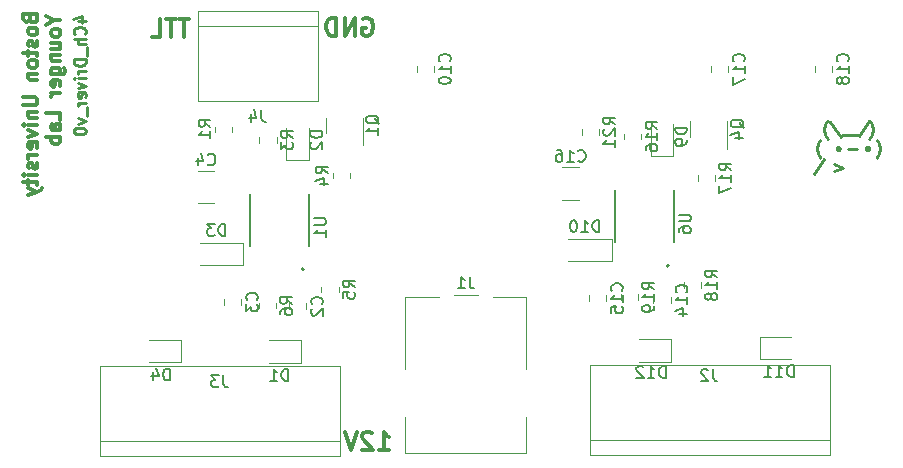
<source format=gbr>
%TF.GenerationSoftware,KiCad,Pcbnew,7.0.7*%
%TF.CreationDate,2024-03-31T21:55:30-04:00*%
%TF.ProjectId,4ch-driver-v0,3463682d-6472-4697-9665-722d76302e6b,rev?*%
%TF.SameCoordinates,Original*%
%TF.FileFunction,Legend,Bot*%
%TF.FilePolarity,Positive*%
%FSLAX46Y46*%
G04 Gerber Fmt 4.6, Leading zero omitted, Abs format (unit mm)*
G04 Created by KiCad (PCBNEW 7.0.7) date 2024-03-31 21:55:30*
%MOMM*%
%LPD*%
G01*
G04 APERTURE LIST*
%ADD10C,0.300000*%
%ADD11C,0.230000*%
%ADD12C,0.150000*%
%ADD13C,0.120000*%
%ADD14C,0.127000*%
%ADD15C,0.200000*%
G04 APERTURE END LIST*
D10*
X135349774Y-84002257D02*
X135492632Y-83930828D01*
X135492632Y-83930828D02*
X135706917Y-83930828D01*
X135706917Y-83930828D02*
X135921203Y-84002257D01*
X135921203Y-84002257D02*
X136064060Y-84145114D01*
X136064060Y-84145114D02*
X136135489Y-84287971D01*
X136135489Y-84287971D02*
X136206917Y-84573685D01*
X136206917Y-84573685D02*
X136206917Y-84787971D01*
X136206917Y-84787971D02*
X136135489Y-85073685D01*
X136135489Y-85073685D02*
X136064060Y-85216542D01*
X136064060Y-85216542D02*
X135921203Y-85359400D01*
X135921203Y-85359400D02*
X135706917Y-85430828D01*
X135706917Y-85430828D02*
X135564060Y-85430828D01*
X135564060Y-85430828D02*
X135349774Y-85359400D01*
X135349774Y-85359400D02*
X135278346Y-85287971D01*
X135278346Y-85287971D02*
X135278346Y-84787971D01*
X135278346Y-84787971D02*
X135564060Y-84787971D01*
X134635489Y-85430828D02*
X134635489Y-83930828D01*
X134635489Y-83930828D02*
X133778346Y-85430828D01*
X133778346Y-85430828D02*
X133778346Y-83930828D01*
X133064060Y-85430828D02*
X133064060Y-83930828D01*
X133064060Y-83930828D02*
X132706917Y-83930828D01*
X132706917Y-83930828D02*
X132492631Y-84002257D01*
X132492631Y-84002257D02*
X132349774Y-84145114D01*
X132349774Y-84145114D02*
X132278345Y-84287971D01*
X132278345Y-84287971D02*
X132206917Y-84573685D01*
X132206917Y-84573685D02*
X132206917Y-84787971D01*
X132206917Y-84787971D02*
X132278345Y-85073685D01*
X132278345Y-85073685D02*
X132349774Y-85216542D01*
X132349774Y-85216542D02*
X132492631Y-85359400D01*
X132492631Y-85359400D02*
X132706917Y-85430828D01*
X132706917Y-85430828D02*
X133064060Y-85430828D01*
X107148971Y-84026917D02*
X107206114Y-84198345D01*
X107206114Y-84198345D02*
X107263257Y-84255488D01*
X107263257Y-84255488D02*
X107377542Y-84312631D01*
X107377542Y-84312631D02*
X107548971Y-84312631D01*
X107548971Y-84312631D02*
X107663257Y-84255488D01*
X107663257Y-84255488D02*
X107720400Y-84198345D01*
X107720400Y-84198345D02*
X107777542Y-84084060D01*
X107777542Y-84084060D02*
X107777542Y-83626917D01*
X107777542Y-83626917D02*
X106577542Y-83626917D01*
X106577542Y-83626917D02*
X106577542Y-84026917D01*
X106577542Y-84026917D02*
X106634685Y-84141203D01*
X106634685Y-84141203D02*
X106691828Y-84198345D01*
X106691828Y-84198345D02*
X106806114Y-84255488D01*
X106806114Y-84255488D02*
X106920400Y-84255488D01*
X106920400Y-84255488D02*
X107034685Y-84198345D01*
X107034685Y-84198345D02*
X107091828Y-84141203D01*
X107091828Y-84141203D02*
X107148971Y-84026917D01*
X107148971Y-84026917D02*
X107148971Y-83626917D01*
X107777542Y-84998345D02*
X107720400Y-84884060D01*
X107720400Y-84884060D02*
X107663257Y-84826917D01*
X107663257Y-84826917D02*
X107548971Y-84769774D01*
X107548971Y-84769774D02*
X107206114Y-84769774D01*
X107206114Y-84769774D02*
X107091828Y-84826917D01*
X107091828Y-84826917D02*
X107034685Y-84884060D01*
X107034685Y-84884060D02*
X106977542Y-84998345D01*
X106977542Y-84998345D02*
X106977542Y-85169774D01*
X106977542Y-85169774D02*
X107034685Y-85284060D01*
X107034685Y-85284060D02*
X107091828Y-85341203D01*
X107091828Y-85341203D02*
X107206114Y-85398345D01*
X107206114Y-85398345D02*
X107548971Y-85398345D01*
X107548971Y-85398345D02*
X107663257Y-85341203D01*
X107663257Y-85341203D02*
X107720400Y-85284060D01*
X107720400Y-85284060D02*
X107777542Y-85169774D01*
X107777542Y-85169774D02*
X107777542Y-84998345D01*
X107720400Y-85855488D02*
X107777542Y-85969774D01*
X107777542Y-85969774D02*
X107777542Y-86198345D01*
X107777542Y-86198345D02*
X107720400Y-86312631D01*
X107720400Y-86312631D02*
X107606114Y-86369774D01*
X107606114Y-86369774D02*
X107548971Y-86369774D01*
X107548971Y-86369774D02*
X107434685Y-86312631D01*
X107434685Y-86312631D02*
X107377542Y-86198345D01*
X107377542Y-86198345D02*
X107377542Y-86026917D01*
X107377542Y-86026917D02*
X107320400Y-85912631D01*
X107320400Y-85912631D02*
X107206114Y-85855488D01*
X107206114Y-85855488D02*
X107148971Y-85855488D01*
X107148971Y-85855488D02*
X107034685Y-85912631D01*
X107034685Y-85912631D02*
X106977542Y-86026917D01*
X106977542Y-86026917D02*
X106977542Y-86198345D01*
X106977542Y-86198345D02*
X107034685Y-86312631D01*
X106977542Y-86712631D02*
X106977542Y-87169774D01*
X106577542Y-86884060D02*
X107606114Y-86884060D01*
X107606114Y-86884060D02*
X107720400Y-86941203D01*
X107720400Y-86941203D02*
X107777542Y-87055488D01*
X107777542Y-87055488D02*
X107777542Y-87169774D01*
X107777542Y-87741202D02*
X107720400Y-87626917D01*
X107720400Y-87626917D02*
X107663257Y-87569774D01*
X107663257Y-87569774D02*
X107548971Y-87512631D01*
X107548971Y-87512631D02*
X107206114Y-87512631D01*
X107206114Y-87512631D02*
X107091828Y-87569774D01*
X107091828Y-87569774D02*
X107034685Y-87626917D01*
X107034685Y-87626917D02*
X106977542Y-87741202D01*
X106977542Y-87741202D02*
X106977542Y-87912631D01*
X106977542Y-87912631D02*
X107034685Y-88026917D01*
X107034685Y-88026917D02*
X107091828Y-88084060D01*
X107091828Y-88084060D02*
X107206114Y-88141202D01*
X107206114Y-88141202D02*
X107548971Y-88141202D01*
X107548971Y-88141202D02*
X107663257Y-88084060D01*
X107663257Y-88084060D02*
X107720400Y-88026917D01*
X107720400Y-88026917D02*
X107777542Y-87912631D01*
X107777542Y-87912631D02*
X107777542Y-87741202D01*
X106977542Y-88655488D02*
X107777542Y-88655488D01*
X107091828Y-88655488D02*
X107034685Y-88712631D01*
X107034685Y-88712631D02*
X106977542Y-88826916D01*
X106977542Y-88826916D02*
X106977542Y-88998345D01*
X106977542Y-88998345D02*
X107034685Y-89112631D01*
X107034685Y-89112631D02*
X107148971Y-89169774D01*
X107148971Y-89169774D02*
X107777542Y-89169774D01*
X106577542Y-90655488D02*
X107548971Y-90655488D01*
X107548971Y-90655488D02*
X107663257Y-90712631D01*
X107663257Y-90712631D02*
X107720400Y-90769774D01*
X107720400Y-90769774D02*
X107777542Y-90884059D01*
X107777542Y-90884059D02*
X107777542Y-91112631D01*
X107777542Y-91112631D02*
X107720400Y-91226916D01*
X107720400Y-91226916D02*
X107663257Y-91284059D01*
X107663257Y-91284059D02*
X107548971Y-91341202D01*
X107548971Y-91341202D02*
X106577542Y-91341202D01*
X106977542Y-91912631D02*
X107777542Y-91912631D01*
X107091828Y-91912631D02*
X107034685Y-91969774D01*
X107034685Y-91969774D02*
X106977542Y-92084059D01*
X106977542Y-92084059D02*
X106977542Y-92255488D01*
X106977542Y-92255488D02*
X107034685Y-92369774D01*
X107034685Y-92369774D02*
X107148971Y-92426917D01*
X107148971Y-92426917D02*
X107777542Y-92426917D01*
X107777542Y-92998345D02*
X106977542Y-92998345D01*
X106577542Y-92998345D02*
X106634685Y-92941202D01*
X106634685Y-92941202D02*
X106691828Y-92998345D01*
X106691828Y-92998345D02*
X106634685Y-93055488D01*
X106634685Y-93055488D02*
X106577542Y-92998345D01*
X106577542Y-92998345D02*
X106691828Y-92998345D01*
X106977542Y-93455488D02*
X107777542Y-93741202D01*
X107777542Y-93741202D02*
X106977542Y-94026917D01*
X107720400Y-94941203D02*
X107777542Y-94826917D01*
X107777542Y-94826917D02*
X107777542Y-94598346D01*
X107777542Y-94598346D02*
X107720400Y-94484060D01*
X107720400Y-94484060D02*
X107606114Y-94426917D01*
X107606114Y-94426917D02*
X107148971Y-94426917D01*
X107148971Y-94426917D02*
X107034685Y-94484060D01*
X107034685Y-94484060D02*
X106977542Y-94598346D01*
X106977542Y-94598346D02*
X106977542Y-94826917D01*
X106977542Y-94826917D02*
X107034685Y-94941203D01*
X107034685Y-94941203D02*
X107148971Y-94998346D01*
X107148971Y-94998346D02*
X107263257Y-94998346D01*
X107263257Y-94998346D02*
X107377542Y-94426917D01*
X107777542Y-95512631D02*
X106977542Y-95512631D01*
X107206114Y-95512631D02*
X107091828Y-95569774D01*
X107091828Y-95569774D02*
X107034685Y-95626917D01*
X107034685Y-95626917D02*
X106977542Y-95741202D01*
X106977542Y-95741202D02*
X106977542Y-95855488D01*
X107720400Y-96198345D02*
X107777542Y-96312631D01*
X107777542Y-96312631D02*
X107777542Y-96541202D01*
X107777542Y-96541202D02*
X107720400Y-96655488D01*
X107720400Y-96655488D02*
X107606114Y-96712631D01*
X107606114Y-96712631D02*
X107548971Y-96712631D01*
X107548971Y-96712631D02*
X107434685Y-96655488D01*
X107434685Y-96655488D02*
X107377542Y-96541202D01*
X107377542Y-96541202D02*
X107377542Y-96369774D01*
X107377542Y-96369774D02*
X107320400Y-96255488D01*
X107320400Y-96255488D02*
X107206114Y-96198345D01*
X107206114Y-96198345D02*
X107148971Y-96198345D01*
X107148971Y-96198345D02*
X107034685Y-96255488D01*
X107034685Y-96255488D02*
X106977542Y-96369774D01*
X106977542Y-96369774D02*
X106977542Y-96541202D01*
X106977542Y-96541202D02*
X107034685Y-96655488D01*
X107777542Y-97226917D02*
X106977542Y-97226917D01*
X106577542Y-97226917D02*
X106634685Y-97169774D01*
X106634685Y-97169774D02*
X106691828Y-97226917D01*
X106691828Y-97226917D02*
X106634685Y-97284060D01*
X106634685Y-97284060D02*
X106577542Y-97226917D01*
X106577542Y-97226917D02*
X106691828Y-97226917D01*
X106977542Y-97626917D02*
X106977542Y-98084060D01*
X106577542Y-97798346D02*
X107606114Y-97798346D01*
X107606114Y-97798346D02*
X107720400Y-97855489D01*
X107720400Y-97855489D02*
X107777542Y-97969774D01*
X107777542Y-97969774D02*
X107777542Y-98084060D01*
X106977542Y-98369774D02*
X107777542Y-98655488D01*
X106977542Y-98941203D02*
X107777542Y-98655488D01*
X107777542Y-98655488D02*
X108063257Y-98541203D01*
X108063257Y-98541203D02*
X108120400Y-98484060D01*
X108120400Y-98484060D02*
X108177542Y-98369774D01*
D11*
X178207142Y-94151611D02*
X178254761Y-94103992D01*
X178254761Y-94103992D02*
X178349999Y-93961135D01*
X178349999Y-93961135D02*
X178397618Y-93865897D01*
X178397618Y-93865897D02*
X178445237Y-93723040D01*
X178445237Y-93723040D02*
X178492856Y-93484944D01*
X178492856Y-93484944D02*
X178492856Y-93294468D01*
X178492856Y-93294468D02*
X178445237Y-93056373D01*
X178445237Y-93056373D02*
X178397618Y-92913516D01*
X178397618Y-92913516D02*
X178349999Y-92818278D01*
X178349999Y-92818278D02*
X178254761Y-92675420D01*
X178254761Y-92675420D02*
X178207142Y-92627801D01*
X178159523Y-92675420D02*
X177302380Y-93961135D01*
X177397618Y-93865897D02*
X176635713Y-93865897D01*
X176635713Y-93865897D02*
X175873808Y-93865897D01*
X174921427Y-92723040D02*
X175778569Y-94008754D01*
X174683331Y-94151611D02*
X174635712Y-94103992D01*
X174635712Y-94103992D02*
X174540474Y-93961135D01*
X174540474Y-93961135D02*
X174492855Y-93865897D01*
X174492855Y-93865897D02*
X174445236Y-93723040D01*
X174445236Y-93723040D02*
X174397617Y-93484944D01*
X174397617Y-93484944D02*
X174397617Y-93294468D01*
X174397617Y-93294468D02*
X174445236Y-93056373D01*
X174445236Y-93056373D02*
X174492855Y-92913516D01*
X174492855Y-92913516D02*
X174540474Y-92818278D01*
X174540474Y-92818278D02*
X174635712Y-92675420D01*
X174635712Y-92675420D02*
X174683331Y-92627801D01*
X178826189Y-95761611D02*
X178873808Y-95713992D01*
X178873808Y-95713992D02*
X178969046Y-95571135D01*
X178969046Y-95571135D02*
X179016665Y-95475897D01*
X179016665Y-95475897D02*
X179064284Y-95333040D01*
X179064284Y-95333040D02*
X179111903Y-95094944D01*
X179111903Y-95094944D02*
X179111903Y-94904468D01*
X179111903Y-94904468D02*
X179064284Y-94666373D01*
X179064284Y-94666373D02*
X179016665Y-94523516D01*
X179016665Y-94523516D02*
X178969046Y-94428278D01*
X178969046Y-94428278D02*
X178873808Y-94285420D01*
X178873808Y-94285420D02*
X178826189Y-94237801D01*
X178159522Y-94904468D02*
X178159522Y-95094944D01*
X178111903Y-95094944D02*
X178111903Y-94904468D01*
X178064284Y-94856849D02*
X178064284Y-95142563D01*
X178016665Y-95094944D02*
X178016665Y-94904468D01*
X177969046Y-94904468D02*
X177969046Y-95094944D01*
X178159522Y-95047325D02*
X178064284Y-95142563D01*
X178064284Y-95142563D02*
X177969046Y-95047325D01*
X178159522Y-94952087D02*
X178064284Y-94856849D01*
X178064284Y-94856849D02*
X177969046Y-94952087D01*
X178159522Y-94904468D02*
X178064284Y-94856849D01*
X178064284Y-94856849D02*
X177969046Y-94904468D01*
X177969046Y-94904468D02*
X177921427Y-94999706D01*
X177921427Y-94999706D02*
X177969046Y-95094944D01*
X177969046Y-95094944D02*
X178064284Y-95142563D01*
X178064284Y-95142563D02*
X178159522Y-95094944D01*
X178159522Y-95094944D02*
X178207141Y-94999706D01*
X178207141Y-94999706D02*
X178159522Y-94904468D01*
X177207141Y-94999706D02*
X176445237Y-94999706D01*
X175683332Y-94904468D02*
X175683332Y-95094944D01*
X175635713Y-95094944D02*
X175635713Y-94904468D01*
X175588094Y-94856849D02*
X175588094Y-95142563D01*
X175540475Y-95094944D02*
X175540475Y-94904468D01*
X175492856Y-94904468D02*
X175492856Y-95094944D01*
X175683332Y-95047325D02*
X175588094Y-95142563D01*
X175588094Y-95142563D02*
X175492856Y-95047325D01*
X175683332Y-94952087D02*
X175588094Y-94856849D01*
X175588094Y-94856849D02*
X175492856Y-94952087D01*
X175683332Y-94904468D02*
X175588094Y-94856849D01*
X175588094Y-94856849D02*
X175492856Y-94904468D01*
X175492856Y-94904468D02*
X175445237Y-94999706D01*
X175445237Y-94999706D02*
X175492856Y-95094944D01*
X175492856Y-95094944D02*
X175588094Y-95142563D01*
X175588094Y-95142563D02*
X175683332Y-95094944D01*
X175683332Y-95094944D02*
X175730951Y-94999706D01*
X175730951Y-94999706D02*
X175683332Y-94904468D01*
X174064284Y-95761611D02*
X174016665Y-95713992D01*
X174016665Y-95713992D02*
X173921427Y-95571135D01*
X173921427Y-95571135D02*
X173873808Y-95475897D01*
X173873808Y-95475897D02*
X173826189Y-95333040D01*
X173826189Y-95333040D02*
X173778570Y-95094944D01*
X173778570Y-95094944D02*
X173778570Y-94904468D01*
X173778570Y-94904468D02*
X173826189Y-94666373D01*
X173826189Y-94666373D02*
X173873808Y-94523516D01*
X173873808Y-94523516D02*
X173921427Y-94428278D01*
X173921427Y-94428278D02*
X174016665Y-94285420D01*
X174016665Y-94285420D02*
X174064284Y-94237801D01*
X175254761Y-96323992D02*
X176016665Y-96609706D01*
X176016665Y-96609706D02*
X175254761Y-96895420D01*
X174349999Y-95895420D02*
X173492856Y-97181135D01*
D10*
X109146114Y-84141653D02*
X109717542Y-84141653D01*
X108517542Y-83741653D02*
X109146114Y-84141653D01*
X109146114Y-84141653D02*
X108517542Y-84541653D01*
X109717542Y-85113081D02*
X109660400Y-84998796D01*
X109660400Y-84998796D02*
X109603257Y-84941653D01*
X109603257Y-84941653D02*
X109488971Y-84884510D01*
X109488971Y-84884510D02*
X109146114Y-84884510D01*
X109146114Y-84884510D02*
X109031828Y-84941653D01*
X109031828Y-84941653D02*
X108974685Y-84998796D01*
X108974685Y-84998796D02*
X108917542Y-85113081D01*
X108917542Y-85113081D02*
X108917542Y-85284510D01*
X108917542Y-85284510D02*
X108974685Y-85398796D01*
X108974685Y-85398796D02*
X109031828Y-85455939D01*
X109031828Y-85455939D02*
X109146114Y-85513081D01*
X109146114Y-85513081D02*
X109488971Y-85513081D01*
X109488971Y-85513081D02*
X109603257Y-85455939D01*
X109603257Y-85455939D02*
X109660400Y-85398796D01*
X109660400Y-85398796D02*
X109717542Y-85284510D01*
X109717542Y-85284510D02*
X109717542Y-85113081D01*
X108917542Y-86541653D02*
X109717542Y-86541653D01*
X108917542Y-86027367D02*
X109546114Y-86027367D01*
X109546114Y-86027367D02*
X109660400Y-86084510D01*
X109660400Y-86084510D02*
X109717542Y-86198795D01*
X109717542Y-86198795D02*
X109717542Y-86370224D01*
X109717542Y-86370224D02*
X109660400Y-86484510D01*
X109660400Y-86484510D02*
X109603257Y-86541653D01*
X108917542Y-87113081D02*
X109717542Y-87113081D01*
X109031828Y-87113081D02*
X108974685Y-87170224D01*
X108974685Y-87170224D02*
X108917542Y-87284509D01*
X108917542Y-87284509D02*
X108917542Y-87455938D01*
X108917542Y-87455938D02*
X108974685Y-87570224D01*
X108974685Y-87570224D02*
X109088971Y-87627367D01*
X109088971Y-87627367D02*
X109717542Y-87627367D01*
X108917542Y-88713081D02*
X109888971Y-88713081D01*
X109888971Y-88713081D02*
X110003257Y-88655938D01*
X110003257Y-88655938D02*
X110060400Y-88598795D01*
X110060400Y-88598795D02*
X110117542Y-88484509D01*
X110117542Y-88484509D02*
X110117542Y-88313081D01*
X110117542Y-88313081D02*
X110060400Y-88198795D01*
X109660400Y-88713081D02*
X109717542Y-88598795D01*
X109717542Y-88598795D02*
X109717542Y-88370223D01*
X109717542Y-88370223D02*
X109660400Y-88255938D01*
X109660400Y-88255938D02*
X109603257Y-88198795D01*
X109603257Y-88198795D02*
X109488971Y-88141652D01*
X109488971Y-88141652D02*
X109146114Y-88141652D01*
X109146114Y-88141652D02*
X109031828Y-88198795D01*
X109031828Y-88198795D02*
X108974685Y-88255938D01*
X108974685Y-88255938D02*
X108917542Y-88370223D01*
X108917542Y-88370223D02*
X108917542Y-88598795D01*
X108917542Y-88598795D02*
X108974685Y-88713081D01*
X109660400Y-89741652D02*
X109717542Y-89627366D01*
X109717542Y-89627366D02*
X109717542Y-89398795D01*
X109717542Y-89398795D02*
X109660400Y-89284509D01*
X109660400Y-89284509D02*
X109546114Y-89227366D01*
X109546114Y-89227366D02*
X109088971Y-89227366D01*
X109088971Y-89227366D02*
X108974685Y-89284509D01*
X108974685Y-89284509D02*
X108917542Y-89398795D01*
X108917542Y-89398795D02*
X108917542Y-89627366D01*
X108917542Y-89627366D02*
X108974685Y-89741652D01*
X108974685Y-89741652D02*
X109088971Y-89798795D01*
X109088971Y-89798795D02*
X109203257Y-89798795D01*
X109203257Y-89798795D02*
X109317542Y-89227366D01*
X109717542Y-90313080D02*
X108917542Y-90313080D01*
X109146114Y-90313080D02*
X109031828Y-90370223D01*
X109031828Y-90370223D02*
X108974685Y-90427366D01*
X108974685Y-90427366D02*
X108917542Y-90541651D01*
X108917542Y-90541651D02*
X108917542Y-90655937D01*
X109717542Y-92541651D02*
X109717542Y-91970223D01*
X109717542Y-91970223D02*
X108517542Y-91970223D01*
X109717542Y-93455938D02*
X109088971Y-93455938D01*
X109088971Y-93455938D02*
X108974685Y-93398795D01*
X108974685Y-93398795D02*
X108917542Y-93284509D01*
X108917542Y-93284509D02*
X108917542Y-93055938D01*
X108917542Y-93055938D02*
X108974685Y-92941652D01*
X109660400Y-93455938D02*
X109717542Y-93341652D01*
X109717542Y-93341652D02*
X109717542Y-93055938D01*
X109717542Y-93055938D02*
X109660400Y-92941652D01*
X109660400Y-92941652D02*
X109546114Y-92884509D01*
X109546114Y-92884509D02*
X109431828Y-92884509D01*
X109431828Y-92884509D02*
X109317542Y-92941652D01*
X109317542Y-92941652D02*
X109260400Y-93055938D01*
X109260400Y-93055938D02*
X109260400Y-93341652D01*
X109260400Y-93341652D02*
X109203257Y-93455938D01*
X109717542Y-94027366D02*
X108517542Y-94027366D01*
X108974685Y-94027366D02*
X108917542Y-94141652D01*
X108917542Y-94141652D02*
X108917542Y-94370223D01*
X108917542Y-94370223D02*
X108974685Y-94484509D01*
X108974685Y-94484509D02*
X109031828Y-94541652D01*
X109031828Y-94541652D02*
X109146114Y-94598794D01*
X109146114Y-94598794D02*
X109488971Y-94598794D01*
X109488971Y-94598794D02*
X109603257Y-94541652D01*
X109603257Y-94541652D02*
X109660400Y-94484509D01*
X109660400Y-94484509D02*
X109717542Y-94370223D01*
X109717542Y-94370223D02*
X109717542Y-94141652D01*
X109717542Y-94141652D02*
X109660400Y-94027366D01*
X120649774Y-84030828D02*
X119792632Y-84030828D01*
X120221203Y-85530828D02*
X120221203Y-84030828D01*
X119506917Y-84030828D02*
X118649775Y-84030828D01*
X119078346Y-85530828D02*
X119078346Y-84030828D01*
X117435489Y-85530828D02*
X118149775Y-85530828D01*
X118149775Y-85530828D02*
X118149775Y-84030828D01*
X136699774Y-120480828D02*
X137556917Y-120480828D01*
X137128346Y-120480828D02*
X137128346Y-118980828D01*
X137128346Y-118980828D02*
X137271203Y-119195114D01*
X137271203Y-119195114D02*
X137414060Y-119337971D01*
X137414060Y-119337971D02*
X137556917Y-119409400D01*
X136128346Y-119123685D02*
X136056918Y-119052257D01*
X136056918Y-119052257D02*
X135914061Y-118980828D01*
X135914061Y-118980828D02*
X135556918Y-118980828D01*
X135556918Y-118980828D02*
X135414061Y-119052257D01*
X135414061Y-119052257D02*
X135342632Y-119123685D01*
X135342632Y-119123685D02*
X135271203Y-119266542D01*
X135271203Y-119266542D02*
X135271203Y-119409400D01*
X135271203Y-119409400D02*
X135342632Y-119623685D01*
X135342632Y-119623685D02*
X136199775Y-120480828D01*
X136199775Y-120480828D02*
X135271203Y-120480828D01*
X134842632Y-118980828D02*
X134342632Y-120480828D01*
X134342632Y-120480828D02*
X133842632Y-118980828D01*
D11*
X111193992Y-84232380D02*
X111860659Y-84232380D01*
X110813040Y-83994285D02*
X111527325Y-83756190D01*
X111527325Y-83756190D02*
X111527325Y-84375237D01*
X111765420Y-85327618D02*
X111813040Y-85279999D01*
X111813040Y-85279999D02*
X111860659Y-85137142D01*
X111860659Y-85137142D02*
X111860659Y-85041904D01*
X111860659Y-85041904D02*
X111813040Y-84899047D01*
X111813040Y-84899047D02*
X111717801Y-84803809D01*
X111717801Y-84803809D02*
X111622563Y-84756190D01*
X111622563Y-84756190D02*
X111432087Y-84708571D01*
X111432087Y-84708571D02*
X111289230Y-84708571D01*
X111289230Y-84708571D02*
X111098754Y-84756190D01*
X111098754Y-84756190D02*
X111003516Y-84803809D01*
X111003516Y-84803809D02*
X110908278Y-84899047D01*
X110908278Y-84899047D02*
X110860659Y-85041904D01*
X110860659Y-85041904D02*
X110860659Y-85137142D01*
X110860659Y-85137142D02*
X110908278Y-85279999D01*
X110908278Y-85279999D02*
X110955897Y-85327618D01*
X111860659Y-85756190D02*
X110860659Y-85756190D01*
X111860659Y-86184761D02*
X111336849Y-86184761D01*
X111336849Y-86184761D02*
X111241611Y-86137142D01*
X111241611Y-86137142D02*
X111193992Y-86041904D01*
X111193992Y-86041904D02*
X111193992Y-85899047D01*
X111193992Y-85899047D02*
X111241611Y-85803809D01*
X111241611Y-85803809D02*
X111289230Y-85756190D01*
X111955897Y-86422857D02*
X111955897Y-87184761D01*
X111860659Y-87422857D02*
X110860659Y-87422857D01*
X110860659Y-87422857D02*
X110860659Y-87660952D01*
X110860659Y-87660952D02*
X110908278Y-87803809D01*
X110908278Y-87803809D02*
X111003516Y-87899047D01*
X111003516Y-87899047D02*
X111098754Y-87946666D01*
X111098754Y-87946666D02*
X111289230Y-87994285D01*
X111289230Y-87994285D02*
X111432087Y-87994285D01*
X111432087Y-87994285D02*
X111622563Y-87946666D01*
X111622563Y-87946666D02*
X111717801Y-87899047D01*
X111717801Y-87899047D02*
X111813040Y-87803809D01*
X111813040Y-87803809D02*
X111860659Y-87660952D01*
X111860659Y-87660952D02*
X111860659Y-87422857D01*
X111860659Y-88422857D02*
X111193992Y-88422857D01*
X111384468Y-88422857D02*
X111289230Y-88470476D01*
X111289230Y-88470476D02*
X111241611Y-88518095D01*
X111241611Y-88518095D02*
X111193992Y-88613333D01*
X111193992Y-88613333D02*
X111193992Y-88708571D01*
X111860659Y-89041905D02*
X111193992Y-89041905D01*
X110860659Y-89041905D02*
X110908278Y-88994286D01*
X110908278Y-88994286D02*
X110955897Y-89041905D01*
X110955897Y-89041905D02*
X110908278Y-89089524D01*
X110908278Y-89089524D02*
X110860659Y-89041905D01*
X110860659Y-89041905D02*
X110955897Y-89041905D01*
X111193992Y-89422857D02*
X111860659Y-89660952D01*
X111860659Y-89660952D02*
X111193992Y-89899047D01*
X111813040Y-90660952D02*
X111860659Y-90565714D01*
X111860659Y-90565714D02*
X111860659Y-90375238D01*
X111860659Y-90375238D02*
X111813040Y-90280000D01*
X111813040Y-90280000D02*
X111717801Y-90232381D01*
X111717801Y-90232381D02*
X111336849Y-90232381D01*
X111336849Y-90232381D02*
X111241611Y-90280000D01*
X111241611Y-90280000D02*
X111193992Y-90375238D01*
X111193992Y-90375238D02*
X111193992Y-90565714D01*
X111193992Y-90565714D02*
X111241611Y-90660952D01*
X111241611Y-90660952D02*
X111336849Y-90708571D01*
X111336849Y-90708571D02*
X111432087Y-90708571D01*
X111432087Y-90708571D02*
X111527325Y-90232381D01*
X111860659Y-91137143D02*
X111193992Y-91137143D01*
X111384468Y-91137143D02*
X111289230Y-91184762D01*
X111289230Y-91184762D02*
X111241611Y-91232381D01*
X111241611Y-91232381D02*
X111193992Y-91327619D01*
X111193992Y-91327619D02*
X111193992Y-91422857D01*
X111955897Y-91518096D02*
X111955897Y-92280000D01*
X111193992Y-92422858D02*
X111860659Y-92660953D01*
X111860659Y-92660953D02*
X111193992Y-92899048D01*
X110860659Y-93470477D02*
X110860659Y-93565715D01*
X110860659Y-93565715D02*
X110908278Y-93660953D01*
X110908278Y-93660953D02*
X110955897Y-93708572D01*
X110955897Y-93708572D02*
X111051135Y-93756191D01*
X111051135Y-93756191D02*
X111241611Y-93803810D01*
X111241611Y-93803810D02*
X111479706Y-93803810D01*
X111479706Y-93803810D02*
X111670182Y-93756191D01*
X111670182Y-93756191D02*
X111765420Y-93708572D01*
X111765420Y-93708572D02*
X111813040Y-93660953D01*
X111813040Y-93660953D02*
X111860659Y-93565715D01*
X111860659Y-93565715D02*
X111860659Y-93470477D01*
X111860659Y-93470477D02*
X111813040Y-93375239D01*
X111813040Y-93375239D02*
X111765420Y-93327620D01*
X111765420Y-93327620D02*
X111670182Y-93280001D01*
X111670182Y-93280001D02*
X111479706Y-93232382D01*
X111479706Y-93232382D02*
X111241611Y-93232382D01*
X111241611Y-93232382D02*
X111051135Y-93280001D01*
X111051135Y-93280001D02*
X110955897Y-93327620D01*
X110955897Y-93327620D02*
X110908278Y-93375239D01*
X110908278Y-93375239D02*
X110860659Y-93470477D01*
D12*
X164973333Y-113694819D02*
X164973333Y-114409104D01*
X164973333Y-114409104D02*
X165020952Y-114551961D01*
X165020952Y-114551961D02*
X165116190Y-114647200D01*
X165116190Y-114647200D02*
X165259047Y-114694819D01*
X165259047Y-114694819D02*
X165354285Y-114694819D01*
X164544761Y-113790057D02*
X164497142Y-113742438D01*
X164497142Y-113742438D02*
X164401904Y-113694819D01*
X164401904Y-113694819D02*
X164163809Y-113694819D01*
X164163809Y-113694819D02*
X164068571Y-113742438D01*
X164068571Y-113742438D02*
X164020952Y-113790057D01*
X164020952Y-113790057D02*
X163973333Y-113885295D01*
X163973333Y-113885295D02*
X163973333Y-113980533D01*
X163973333Y-113980533D02*
X164020952Y-114123390D01*
X164020952Y-114123390D02*
X164592380Y-114694819D01*
X164592380Y-114694819D02*
X163973333Y-114694819D01*
X126349580Y-107823333D02*
X126397200Y-107775714D01*
X126397200Y-107775714D02*
X126444819Y-107632857D01*
X126444819Y-107632857D02*
X126444819Y-107537619D01*
X126444819Y-107537619D02*
X126397200Y-107394762D01*
X126397200Y-107394762D02*
X126301961Y-107299524D01*
X126301961Y-107299524D02*
X126206723Y-107251905D01*
X126206723Y-107251905D02*
X126016247Y-107204286D01*
X126016247Y-107204286D02*
X125873390Y-107204286D01*
X125873390Y-107204286D02*
X125682914Y-107251905D01*
X125682914Y-107251905D02*
X125587676Y-107299524D01*
X125587676Y-107299524D02*
X125492438Y-107394762D01*
X125492438Y-107394762D02*
X125444819Y-107537619D01*
X125444819Y-107537619D02*
X125444819Y-107632857D01*
X125444819Y-107632857D02*
X125492438Y-107775714D01*
X125492438Y-107775714D02*
X125540057Y-107823333D01*
X125444819Y-108156667D02*
X125444819Y-108775714D01*
X125444819Y-108775714D02*
X125825771Y-108442381D01*
X125825771Y-108442381D02*
X125825771Y-108585238D01*
X125825771Y-108585238D02*
X125873390Y-108680476D01*
X125873390Y-108680476D02*
X125921009Y-108728095D01*
X125921009Y-108728095D02*
X126016247Y-108775714D01*
X126016247Y-108775714D02*
X126254342Y-108775714D01*
X126254342Y-108775714D02*
X126349580Y-108728095D01*
X126349580Y-108728095D02*
X126397200Y-108680476D01*
X126397200Y-108680476D02*
X126444819Y-108585238D01*
X126444819Y-108585238D02*
X126444819Y-108299524D01*
X126444819Y-108299524D02*
X126397200Y-108204286D01*
X126397200Y-108204286D02*
X126349580Y-108156667D01*
X166522819Y-96847142D02*
X166046628Y-96513809D01*
X166522819Y-96275714D02*
X165522819Y-96275714D01*
X165522819Y-96275714D02*
X165522819Y-96656666D01*
X165522819Y-96656666D02*
X165570438Y-96751904D01*
X165570438Y-96751904D02*
X165618057Y-96799523D01*
X165618057Y-96799523D02*
X165713295Y-96847142D01*
X165713295Y-96847142D02*
X165856152Y-96847142D01*
X165856152Y-96847142D02*
X165951390Y-96799523D01*
X165951390Y-96799523D02*
X165999009Y-96751904D01*
X165999009Y-96751904D02*
X166046628Y-96656666D01*
X166046628Y-96656666D02*
X166046628Y-96275714D01*
X166522819Y-97799523D02*
X166522819Y-97228095D01*
X166522819Y-97513809D02*
X165522819Y-97513809D01*
X165522819Y-97513809D02*
X165665676Y-97418571D01*
X165665676Y-97418571D02*
X165760914Y-97323333D01*
X165760914Y-97323333D02*
X165808533Y-97228095D01*
X165522819Y-98132857D02*
X165522819Y-98799523D01*
X165522819Y-98799523D02*
X166522819Y-98370952D01*
X160002819Y-106931142D02*
X159526628Y-106597809D01*
X160002819Y-106359714D02*
X159002819Y-106359714D01*
X159002819Y-106359714D02*
X159002819Y-106740666D01*
X159002819Y-106740666D02*
X159050438Y-106835904D01*
X159050438Y-106835904D02*
X159098057Y-106883523D01*
X159098057Y-106883523D02*
X159193295Y-106931142D01*
X159193295Y-106931142D02*
X159336152Y-106931142D01*
X159336152Y-106931142D02*
X159431390Y-106883523D01*
X159431390Y-106883523D02*
X159479009Y-106835904D01*
X159479009Y-106835904D02*
X159526628Y-106740666D01*
X159526628Y-106740666D02*
X159526628Y-106359714D01*
X160002819Y-107883523D02*
X160002819Y-107312095D01*
X160002819Y-107597809D02*
X159002819Y-107597809D01*
X159002819Y-107597809D02*
X159145676Y-107502571D01*
X159145676Y-107502571D02*
X159240914Y-107407333D01*
X159240914Y-107407333D02*
X159288533Y-107312095D01*
X160002819Y-108359714D02*
X160002819Y-108550190D01*
X160002819Y-108550190D02*
X159955200Y-108645428D01*
X159955200Y-108645428D02*
X159907580Y-108693047D01*
X159907580Y-108693047D02*
X159764723Y-108788285D01*
X159764723Y-108788285D02*
X159574247Y-108835904D01*
X159574247Y-108835904D02*
X159193295Y-108835904D01*
X159193295Y-108835904D02*
X159098057Y-108788285D01*
X159098057Y-108788285D02*
X159050438Y-108740666D01*
X159050438Y-108740666D02*
X159002819Y-108645428D01*
X159002819Y-108645428D02*
X159002819Y-108454952D01*
X159002819Y-108454952D02*
X159050438Y-108359714D01*
X159050438Y-108359714D02*
X159098057Y-108312095D01*
X159098057Y-108312095D02*
X159193295Y-108264476D01*
X159193295Y-108264476D02*
X159431390Y-108264476D01*
X159431390Y-108264476D02*
X159526628Y-108312095D01*
X159526628Y-108312095D02*
X159574247Y-108359714D01*
X159574247Y-108359714D02*
X159621866Y-108454952D01*
X159621866Y-108454952D02*
X159621866Y-108645428D01*
X159621866Y-108645428D02*
X159574247Y-108740666D01*
X159574247Y-108740666D02*
X159526628Y-108788285D01*
X159526628Y-108788285D02*
X159431390Y-108835904D01*
X144373333Y-105834819D02*
X144373333Y-106549104D01*
X144373333Y-106549104D02*
X144420952Y-106691961D01*
X144420952Y-106691961D02*
X144516190Y-106787200D01*
X144516190Y-106787200D02*
X144659047Y-106834819D01*
X144659047Y-106834819D02*
X144754285Y-106834819D01*
X143373333Y-106834819D02*
X143944761Y-106834819D01*
X143659047Y-106834819D02*
X143659047Y-105834819D01*
X143659047Y-105834819D02*
X143754285Y-105977676D01*
X143754285Y-105977676D02*
X143849523Y-106072914D01*
X143849523Y-106072914D02*
X143944761Y-106120533D01*
X155339785Y-102064819D02*
X155339785Y-101064819D01*
X155339785Y-101064819D02*
X155101690Y-101064819D01*
X155101690Y-101064819D02*
X154958833Y-101112438D01*
X154958833Y-101112438D02*
X154863595Y-101207676D01*
X154863595Y-101207676D02*
X154815976Y-101302914D01*
X154815976Y-101302914D02*
X154768357Y-101493390D01*
X154768357Y-101493390D02*
X154768357Y-101636247D01*
X154768357Y-101636247D02*
X154815976Y-101826723D01*
X154815976Y-101826723D02*
X154863595Y-101921961D01*
X154863595Y-101921961D02*
X154958833Y-102017200D01*
X154958833Y-102017200D02*
X155101690Y-102064819D01*
X155101690Y-102064819D02*
X155339785Y-102064819D01*
X153815976Y-102064819D02*
X154387404Y-102064819D01*
X154101690Y-102064819D02*
X154101690Y-101064819D01*
X154101690Y-101064819D02*
X154196928Y-101207676D01*
X154196928Y-101207676D02*
X154292166Y-101302914D01*
X154292166Y-101302914D02*
X154387404Y-101350533D01*
X153196928Y-101064819D02*
X153101690Y-101064819D01*
X153101690Y-101064819D02*
X153006452Y-101112438D01*
X153006452Y-101112438D02*
X152958833Y-101160057D01*
X152958833Y-101160057D02*
X152911214Y-101255295D01*
X152911214Y-101255295D02*
X152863595Y-101445771D01*
X152863595Y-101445771D02*
X152863595Y-101683866D01*
X152863595Y-101683866D02*
X152911214Y-101874342D01*
X152911214Y-101874342D02*
X152958833Y-101969580D01*
X152958833Y-101969580D02*
X153006452Y-102017200D01*
X153006452Y-102017200D02*
X153101690Y-102064819D01*
X153101690Y-102064819D02*
X153196928Y-102064819D01*
X153196928Y-102064819D02*
X153292166Y-102017200D01*
X153292166Y-102017200D02*
X153339785Y-101969580D01*
X153339785Y-101969580D02*
X153387404Y-101874342D01*
X153387404Y-101874342D02*
X153435023Y-101683866D01*
X153435023Y-101683866D02*
X153435023Y-101445771D01*
X153435023Y-101445771D02*
X153387404Y-101255295D01*
X153387404Y-101255295D02*
X153339785Y-101160057D01*
X153339785Y-101160057D02*
X153292166Y-101112438D01*
X153292166Y-101112438D02*
X153196928Y-101064819D01*
X129344819Y-108143333D02*
X128868628Y-107810000D01*
X129344819Y-107571905D02*
X128344819Y-107571905D01*
X128344819Y-107571905D02*
X128344819Y-107952857D01*
X128344819Y-107952857D02*
X128392438Y-108048095D01*
X128392438Y-108048095D02*
X128440057Y-108095714D01*
X128440057Y-108095714D02*
X128535295Y-108143333D01*
X128535295Y-108143333D02*
X128678152Y-108143333D01*
X128678152Y-108143333D02*
X128773390Y-108095714D01*
X128773390Y-108095714D02*
X128821009Y-108048095D01*
X128821009Y-108048095D02*
X128868628Y-107952857D01*
X128868628Y-107952857D02*
X128868628Y-107571905D01*
X128344819Y-109000476D02*
X128344819Y-108810000D01*
X128344819Y-108810000D02*
X128392438Y-108714762D01*
X128392438Y-108714762D02*
X128440057Y-108667143D01*
X128440057Y-108667143D02*
X128582914Y-108571905D01*
X128582914Y-108571905D02*
X128773390Y-108524286D01*
X128773390Y-108524286D02*
X129154342Y-108524286D01*
X129154342Y-108524286D02*
X129249580Y-108571905D01*
X129249580Y-108571905D02*
X129297200Y-108619524D01*
X129297200Y-108619524D02*
X129344819Y-108714762D01*
X129344819Y-108714762D02*
X129344819Y-108905238D01*
X129344819Y-108905238D02*
X129297200Y-109000476D01*
X129297200Y-109000476D02*
X129249580Y-109048095D01*
X129249580Y-109048095D02*
X129154342Y-109095714D01*
X129154342Y-109095714D02*
X128916247Y-109095714D01*
X128916247Y-109095714D02*
X128821009Y-109048095D01*
X128821009Y-109048095D02*
X128773390Y-109000476D01*
X128773390Y-109000476D02*
X128725771Y-108905238D01*
X128725771Y-108905238D02*
X128725771Y-108714762D01*
X128725771Y-108714762D02*
X128773390Y-108619524D01*
X128773390Y-108619524D02*
X128821009Y-108571905D01*
X128821009Y-108571905D02*
X128916247Y-108524286D01*
X136700057Y-92924761D02*
X136652438Y-92829523D01*
X136652438Y-92829523D02*
X136557200Y-92734285D01*
X136557200Y-92734285D02*
X136414342Y-92591428D01*
X136414342Y-92591428D02*
X136366723Y-92496190D01*
X136366723Y-92496190D02*
X136366723Y-92400952D01*
X136604819Y-92448571D02*
X136557200Y-92353333D01*
X136557200Y-92353333D02*
X136461961Y-92258095D01*
X136461961Y-92258095D02*
X136271485Y-92210476D01*
X136271485Y-92210476D02*
X135938152Y-92210476D01*
X135938152Y-92210476D02*
X135747676Y-92258095D01*
X135747676Y-92258095D02*
X135652438Y-92353333D01*
X135652438Y-92353333D02*
X135604819Y-92448571D01*
X135604819Y-92448571D02*
X135604819Y-92639047D01*
X135604819Y-92639047D02*
X135652438Y-92734285D01*
X135652438Y-92734285D02*
X135747676Y-92829523D01*
X135747676Y-92829523D02*
X135938152Y-92877142D01*
X135938152Y-92877142D02*
X136271485Y-92877142D01*
X136271485Y-92877142D02*
X136461961Y-92829523D01*
X136461961Y-92829523D02*
X136557200Y-92734285D01*
X136557200Y-92734285D02*
X136604819Y-92639047D01*
X136604819Y-92639047D02*
X136604819Y-92448571D01*
X136604819Y-93829523D02*
X136604819Y-93258095D01*
X136604819Y-93543809D02*
X135604819Y-93543809D01*
X135604819Y-93543809D02*
X135747676Y-93448571D01*
X135747676Y-93448571D02*
X135842914Y-93353333D01*
X135842914Y-93353333D02*
X135890533Y-93258095D01*
X176369580Y-87617142D02*
X176417200Y-87569523D01*
X176417200Y-87569523D02*
X176464819Y-87426666D01*
X176464819Y-87426666D02*
X176464819Y-87331428D01*
X176464819Y-87331428D02*
X176417200Y-87188571D01*
X176417200Y-87188571D02*
X176321961Y-87093333D01*
X176321961Y-87093333D02*
X176226723Y-87045714D01*
X176226723Y-87045714D02*
X176036247Y-86998095D01*
X176036247Y-86998095D02*
X175893390Y-86998095D01*
X175893390Y-86998095D02*
X175702914Y-87045714D01*
X175702914Y-87045714D02*
X175607676Y-87093333D01*
X175607676Y-87093333D02*
X175512438Y-87188571D01*
X175512438Y-87188571D02*
X175464819Y-87331428D01*
X175464819Y-87331428D02*
X175464819Y-87426666D01*
X175464819Y-87426666D02*
X175512438Y-87569523D01*
X175512438Y-87569523D02*
X175560057Y-87617142D01*
X176464819Y-88569523D02*
X176464819Y-87998095D01*
X176464819Y-88283809D02*
X175464819Y-88283809D01*
X175464819Y-88283809D02*
X175607676Y-88188571D01*
X175607676Y-88188571D02*
X175702914Y-88093333D01*
X175702914Y-88093333D02*
X175750533Y-87998095D01*
X175893390Y-89140952D02*
X175845771Y-89045714D01*
X175845771Y-89045714D02*
X175798152Y-88998095D01*
X175798152Y-88998095D02*
X175702914Y-88950476D01*
X175702914Y-88950476D02*
X175655295Y-88950476D01*
X175655295Y-88950476D02*
X175560057Y-88998095D01*
X175560057Y-88998095D02*
X175512438Y-89045714D01*
X175512438Y-89045714D02*
X175464819Y-89140952D01*
X175464819Y-89140952D02*
X175464819Y-89331428D01*
X175464819Y-89331428D02*
X175512438Y-89426666D01*
X175512438Y-89426666D02*
X175560057Y-89474285D01*
X175560057Y-89474285D02*
X175655295Y-89521904D01*
X175655295Y-89521904D02*
X175702914Y-89521904D01*
X175702914Y-89521904D02*
X175798152Y-89474285D01*
X175798152Y-89474285D02*
X175845771Y-89426666D01*
X175845771Y-89426666D02*
X175893390Y-89331428D01*
X175893390Y-89331428D02*
X175893390Y-89140952D01*
X175893390Y-89140952D02*
X175941009Y-89045714D01*
X175941009Y-89045714D02*
X175988628Y-88998095D01*
X175988628Y-88998095D02*
X176083866Y-88950476D01*
X176083866Y-88950476D02*
X176274342Y-88950476D01*
X176274342Y-88950476D02*
X176369580Y-88998095D01*
X176369580Y-88998095D02*
X176417200Y-89045714D01*
X176417200Y-89045714D02*
X176464819Y-89140952D01*
X176464819Y-89140952D02*
X176464819Y-89331428D01*
X176464819Y-89331428D02*
X176417200Y-89426666D01*
X176417200Y-89426666D02*
X176369580Y-89474285D01*
X176369580Y-89474285D02*
X176274342Y-89521904D01*
X176274342Y-89521904D02*
X176083866Y-89521904D01*
X176083866Y-89521904D02*
X175988628Y-89474285D01*
X175988628Y-89474285D02*
X175941009Y-89426666D01*
X175941009Y-89426666D02*
X175893390Y-89331428D01*
X156700819Y-92961142D02*
X156224628Y-92627809D01*
X156700819Y-92389714D02*
X155700819Y-92389714D01*
X155700819Y-92389714D02*
X155700819Y-92770666D01*
X155700819Y-92770666D02*
X155748438Y-92865904D01*
X155748438Y-92865904D02*
X155796057Y-92913523D01*
X155796057Y-92913523D02*
X155891295Y-92961142D01*
X155891295Y-92961142D02*
X156034152Y-92961142D01*
X156034152Y-92961142D02*
X156129390Y-92913523D01*
X156129390Y-92913523D02*
X156177009Y-92865904D01*
X156177009Y-92865904D02*
X156224628Y-92770666D01*
X156224628Y-92770666D02*
X156224628Y-92389714D01*
X155796057Y-93342095D02*
X155748438Y-93389714D01*
X155748438Y-93389714D02*
X155700819Y-93484952D01*
X155700819Y-93484952D02*
X155700819Y-93723047D01*
X155700819Y-93723047D02*
X155748438Y-93818285D01*
X155748438Y-93818285D02*
X155796057Y-93865904D01*
X155796057Y-93865904D02*
X155891295Y-93913523D01*
X155891295Y-93913523D02*
X155986533Y-93913523D01*
X155986533Y-93913523D02*
X156129390Y-93865904D01*
X156129390Y-93865904D02*
X156700819Y-93294476D01*
X156700819Y-93294476D02*
X156700819Y-93913523D01*
X156700819Y-94865904D02*
X156700819Y-94294476D01*
X156700819Y-94580190D02*
X155700819Y-94580190D01*
X155700819Y-94580190D02*
X155843676Y-94484952D01*
X155843676Y-94484952D02*
X155938914Y-94389714D01*
X155938914Y-94389714D02*
X155986533Y-94294476D01*
X122414819Y-93173333D02*
X121938628Y-92840000D01*
X122414819Y-92601905D02*
X121414819Y-92601905D01*
X121414819Y-92601905D02*
X121414819Y-92982857D01*
X121414819Y-92982857D02*
X121462438Y-93078095D01*
X121462438Y-93078095D02*
X121510057Y-93125714D01*
X121510057Y-93125714D02*
X121605295Y-93173333D01*
X121605295Y-93173333D02*
X121748152Y-93173333D01*
X121748152Y-93173333D02*
X121843390Y-93125714D01*
X121843390Y-93125714D02*
X121891009Y-93078095D01*
X121891009Y-93078095D02*
X121938628Y-92982857D01*
X121938628Y-92982857D02*
X121938628Y-92601905D01*
X122414819Y-94125714D02*
X122414819Y-93554286D01*
X122414819Y-93840000D02*
X121414819Y-93840000D01*
X121414819Y-93840000D02*
X121557676Y-93744762D01*
X121557676Y-93744762D02*
X121652914Y-93649524D01*
X121652914Y-93649524D02*
X121700533Y-93554286D01*
X131894819Y-93531905D02*
X130894819Y-93531905D01*
X130894819Y-93531905D02*
X130894819Y-93770000D01*
X130894819Y-93770000D02*
X130942438Y-93912857D01*
X130942438Y-93912857D02*
X131037676Y-94008095D01*
X131037676Y-94008095D02*
X131132914Y-94055714D01*
X131132914Y-94055714D02*
X131323390Y-94103333D01*
X131323390Y-94103333D02*
X131466247Y-94103333D01*
X131466247Y-94103333D02*
X131656723Y-94055714D01*
X131656723Y-94055714D02*
X131751961Y-94008095D01*
X131751961Y-94008095D02*
X131847200Y-93912857D01*
X131847200Y-93912857D02*
X131894819Y-93770000D01*
X131894819Y-93770000D02*
X131894819Y-93531905D01*
X130990057Y-94484286D02*
X130942438Y-94531905D01*
X130942438Y-94531905D02*
X130894819Y-94627143D01*
X130894819Y-94627143D02*
X130894819Y-94865238D01*
X130894819Y-94865238D02*
X130942438Y-94960476D01*
X130942438Y-94960476D02*
X130990057Y-95008095D01*
X130990057Y-95008095D02*
X131085295Y-95055714D01*
X131085295Y-95055714D02*
X131180533Y-95055714D01*
X131180533Y-95055714D02*
X131323390Y-95008095D01*
X131323390Y-95008095D02*
X131894819Y-94436667D01*
X131894819Y-94436667D02*
X131894819Y-95055714D01*
X129394819Y-94103333D02*
X128918628Y-93770000D01*
X129394819Y-93531905D02*
X128394819Y-93531905D01*
X128394819Y-93531905D02*
X128394819Y-93912857D01*
X128394819Y-93912857D02*
X128442438Y-94008095D01*
X128442438Y-94008095D02*
X128490057Y-94055714D01*
X128490057Y-94055714D02*
X128585295Y-94103333D01*
X128585295Y-94103333D02*
X128728152Y-94103333D01*
X128728152Y-94103333D02*
X128823390Y-94055714D01*
X128823390Y-94055714D02*
X128871009Y-94008095D01*
X128871009Y-94008095D02*
X128918628Y-93912857D01*
X128918628Y-93912857D02*
X128918628Y-93531905D01*
X128394819Y-94436667D02*
X128394819Y-95055714D01*
X128394819Y-95055714D02*
X128775771Y-94722381D01*
X128775771Y-94722381D02*
X128775771Y-94865238D01*
X128775771Y-94865238D02*
X128823390Y-94960476D01*
X128823390Y-94960476D02*
X128871009Y-95008095D01*
X128871009Y-95008095D02*
X128966247Y-95055714D01*
X128966247Y-95055714D02*
X129204342Y-95055714D01*
X129204342Y-95055714D02*
X129299580Y-95008095D01*
X129299580Y-95008095D02*
X129347200Y-94960476D01*
X129347200Y-94960476D02*
X129394819Y-94865238D01*
X129394819Y-94865238D02*
X129394819Y-94579524D01*
X129394819Y-94579524D02*
X129347200Y-94484286D01*
X129347200Y-94484286D02*
X129299580Y-94436667D01*
X162084819Y-100593095D02*
X162894342Y-100593095D01*
X162894342Y-100593095D02*
X162989580Y-100640714D01*
X162989580Y-100640714D02*
X163037200Y-100688333D01*
X163037200Y-100688333D02*
X163084819Y-100783571D01*
X163084819Y-100783571D02*
X163084819Y-100974047D01*
X163084819Y-100974047D02*
X163037200Y-101069285D01*
X163037200Y-101069285D02*
X162989580Y-101116904D01*
X162989580Y-101116904D02*
X162894342Y-101164523D01*
X162894342Y-101164523D02*
X162084819Y-101164523D01*
X162084819Y-102069285D02*
X162084819Y-101878809D01*
X162084819Y-101878809D02*
X162132438Y-101783571D01*
X162132438Y-101783571D02*
X162180057Y-101735952D01*
X162180057Y-101735952D02*
X162322914Y-101640714D01*
X162322914Y-101640714D02*
X162513390Y-101593095D01*
X162513390Y-101593095D02*
X162894342Y-101593095D01*
X162894342Y-101593095D02*
X162989580Y-101640714D01*
X162989580Y-101640714D02*
X163037200Y-101688333D01*
X163037200Y-101688333D02*
X163084819Y-101783571D01*
X163084819Y-101783571D02*
X163084819Y-101974047D01*
X163084819Y-101974047D02*
X163037200Y-102069285D01*
X163037200Y-102069285D02*
X162989580Y-102116904D01*
X162989580Y-102116904D02*
X162894342Y-102164523D01*
X162894342Y-102164523D02*
X162656247Y-102164523D01*
X162656247Y-102164523D02*
X162561009Y-102116904D01*
X162561009Y-102116904D02*
X162513390Y-102069285D01*
X162513390Y-102069285D02*
X162465771Y-101974047D01*
X162465771Y-101974047D02*
X162465771Y-101783571D01*
X162465771Y-101783571D02*
X162513390Y-101688333D01*
X162513390Y-101688333D02*
X162561009Y-101640714D01*
X162561009Y-101640714D02*
X162656247Y-101593095D01*
X142665580Y-87627142D02*
X142713200Y-87579523D01*
X142713200Y-87579523D02*
X142760819Y-87436666D01*
X142760819Y-87436666D02*
X142760819Y-87341428D01*
X142760819Y-87341428D02*
X142713200Y-87198571D01*
X142713200Y-87198571D02*
X142617961Y-87103333D01*
X142617961Y-87103333D02*
X142522723Y-87055714D01*
X142522723Y-87055714D02*
X142332247Y-87008095D01*
X142332247Y-87008095D02*
X142189390Y-87008095D01*
X142189390Y-87008095D02*
X141998914Y-87055714D01*
X141998914Y-87055714D02*
X141903676Y-87103333D01*
X141903676Y-87103333D02*
X141808438Y-87198571D01*
X141808438Y-87198571D02*
X141760819Y-87341428D01*
X141760819Y-87341428D02*
X141760819Y-87436666D01*
X141760819Y-87436666D02*
X141808438Y-87579523D01*
X141808438Y-87579523D02*
X141856057Y-87627142D01*
X142760819Y-88579523D02*
X142760819Y-88008095D01*
X142760819Y-88293809D02*
X141760819Y-88293809D01*
X141760819Y-88293809D02*
X141903676Y-88198571D01*
X141903676Y-88198571D02*
X141998914Y-88103333D01*
X141998914Y-88103333D02*
X142046533Y-88008095D01*
X141760819Y-89198571D02*
X141760819Y-89293809D01*
X141760819Y-89293809D02*
X141808438Y-89389047D01*
X141808438Y-89389047D02*
X141856057Y-89436666D01*
X141856057Y-89436666D02*
X141951295Y-89484285D01*
X141951295Y-89484285D02*
X142141771Y-89531904D01*
X142141771Y-89531904D02*
X142379866Y-89531904D01*
X142379866Y-89531904D02*
X142570342Y-89484285D01*
X142570342Y-89484285D02*
X142665580Y-89436666D01*
X142665580Y-89436666D02*
X142713200Y-89389047D01*
X142713200Y-89389047D02*
X142760819Y-89293809D01*
X142760819Y-89293809D02*
X142760819Y-89198571D01*
X142760819Y-89198571D02*
X142713200Y-89103333D01*
X142713200Y-89103333D02*
X142665580Y-89055714D01*
X142665580Y-89055714D02*
X142570342Y-89008095D01*
X142570342Y-89008095D02*
X142379866Y-88960476D01*
X142379866Y-88960476D02*
X142141771Y-88960476D01*
X142141771Y-88960476D02*
X141951295Y-89008095D01*
X141951295Y-89008095D02*
X141856057Y-89055714D01*
X141856057Y-89055714D02*
X141808438Y-89103333D01*
X141808438Y-89103333D02*
X141760819Y-89198571D01*
X126743333Y-91714819D02*
X126743333Y-92429104D01*
X126743333Y-92429104D02*
X126790952Y-92571961D01*
X126790952Y-92571961D02*
X126886190Y-92667200D01*
X126886190Y-92667200D02*
X127029047Y-92714819D01*
X127029047Y-92714819D02*
X127124285Y-92714819D01*
X125838571Y-92048152D02*
X125838571Y-92714819D01*
X126076666Y-91667200D02*
X126314761Y-92381485D01*
X126314761Y-92381485D02*
X125695714Y-92381485D01*
X131839580Y-108183333D02*
X131887200Y-108135714D01*
X131887200Y-108135714D02*
X131934819Y-107992857D01*
X131934819Y-107992857D02*
X131934819Y-107897619D01*
X131934819Y-107897619D02*
X131887200Y-107754762D01*
X131887200Y-107754762D02*
X131791961Y-107659524D01*
X131791961Y-107659524D02*
X131696723Y-107611905D01*
X131696723Y-107611905D02*
X131506247Y-107564286D01*
X131506247Y-107564286D02*
X131363390Y-107564286D01*
X131363390Y-107564286D02*
X131172914Y-107611905D01*
X131172914Y-107611905D02*
X131077676Y-107659524D01*
X131077676Y-107659524D02*
X130982438Y-107754762D01*
X130982438Y-107754762D02*
X130934819Y-107897619D01*
X130934819Y-107897619D02*
X130934819Y-107992857D01*
X130934819Y-107992857D02*
X130982438Y-108135714D01*
X130982438Y-108135714D02*
X131030057Y-108183333D01*
X131030057Y-108564286D02*
X130982438Y-108611905D01*
X130982438Y-108611905D02*
X130934819Y-108707143D01*
X130934819Y-108707143D02*
X130934819Y-108945238D01*
X130934819Y-108945238D02*
X130982438Y-109040476D01*
X130982438Y-109040476D02*
X131030057Y-109088095D01*
X131030057Y-109088095D02*
X131125295Y-109135714D01*
X131125295Y-109135714D02*
X131220533Y-109135714D01*
X131220533Y-109135714D02*
X131363390Y-109088095D01*
X131363390Y-109088095D02*
X131934819Y-108516667D01*
X131934819Y-108516667D02*
X131934819Y-109135714D01*
X123675594Y-102374819D02*
X123675594Y-101374819D01*
X123675594Y-101374819D02*
X123437499Y-101374819D01*
X123437499Y-101374819D02*
X123294642Y-101422438D01*
X123294642Y-101422438D02*
X123199404Y-101517676D01*
X123199404Y-101517676D02*
X123151785Y-101612914D01*
X123151785Y-101612914D02*
X123104166Y-101803390D01*
X123104166Y-101803390D02*
X123104166Y-101946247D01*
X123104166Y-101946247D02*
X123151785Y-102136723D01*
X123151785Y-102136723D02*
X123199404Y-102231961D01*
X123199404Y-102231961D02*
X123294642Y-102327200D01*
X123294642Y-102327200D02*
X123437499Y-102374819D01*
X123437499Y-102374819D02*
X123675594Y-102374819D01*
X122770832Y-101374819D02*
X122151785Y-101374819D01*
X122151785Y-101374819D02*
X122485118Y-101755771D01*
X122485118Y-101755771D02*
X122342261Y-101755771D01*
X122342261Y-101755771D02*
X122247023Y-101803390D01*
X122247023Y-101803390D02*
X122199404Y-101851009D01*
X122199404Y-101851009D02*
X122151785Y-101946247D01*
X122151785Y-101946247D02*
X122151785Y-102184342D01*
X122151785Y-102184342D02*
X122199404Y-102279580D01*
X122199404Y-102279580D02*
X122247023Y-102327200D01*
X122247023Y-102327200D02*
X122342261Y-102374819D01*
X122342261Y-102374819D02*
X122627975Y-102374819D01*
X122627975Y-102374819D02*
X122723213Y-102327200D01*
X122723213Y-102327200D02*
X122770832Y-102279580D01*
X129008094Y-114654819D02*
X129008094Y-113654819D01*
X129008094Y-113654819D02*
X128769999Y-113654819D01*
X128769999Y-113654819D02*
X128627142Y-113702438D01*
X128627142Y-113702438D02*
X128531904Y-113797676D01*
X128531904Y-113797676D02*
X128484285Y-113892914D01*
X128484285Y-113892914D02*
X128436666Y-114083390D01*
X128436666Y-114083390D02*
X128436666Y-114226247D01*
X128436666Y-114226247D02*
X128484285Y-114416723D01*
X128484285Y-114416723D02*
X128531904Y-114511961D01*
X128531904Y-114511961D02*
X128627142Y-114607200D01*
X128627142Y-114607200D02*
X128769999Y-114654819D01*
X128769999Y-114654819D02*
X129008094Y-114654819D01*
X127484285Y-114654819D02*
X128055713Y-114654819D01*
X127769999Y-114654819D02*
X127769999Y-113654819D01*
X127769999Y-113654819D02*
X127865237Y-113797676D01*
X127865237Y-113797676D02*
X127960475Y-113892914D01*
X127960475Y-113892914D02*
X128055713Y-113940533D01*
X123513333Y-114194819D02*
X123513333Y-114909104D01*
X123513333Y-114909104D02*
X123560952Y-115051961D01*
X123560952Y-115051961D02*
X123656190Y-115147200D01*
X123656190Y-115147200D02*
X123799047Y-115194819D01*
X123799047Y-115194819D02*
X123894285Y-115194819D01*
X123132380Y-114194819D02*
X122513333Y-114194819D01*
X122513333Y-114194819D02*
X122846666Y-114575771D01*
X122846666Y-114575771D02*
X122703809Y-114575771D01*
X122703809Y-114575771D02*
X122608571Y-114623390D01*
X122608571Y-114623390D02*
X122560952Y-114671009D01*
X122560952Y-114671009D02*
X122513333Y-114766247D01*
X122513333Y-114766247D02*
X122513333Y-115004342D01*
X122513333Y-115004342D02*
X122560952Y-115099580D01*
X122560952Y-115099580D02*
X122608571Y-115147200D01*
X122608571Y-115147200D02*
X122703809Y-115194819D01*
X122703809Y-115194819D02*
X122989523Y-115194819D01*
X122989523Y-115194819D02*
X123084761Y-115147200D01*
X123084761Y-115147200D02*
X123132380Y-115099580D01*
X131206819Y-100903095D02*
X132016342Y-100903095D01*
X132016342Y-100903095D02*
X132111580Y-100950714D01*
X132111580Y-100950714D02*
X132159200Y-100998333D01*
X132159200Y-100998333D02*
X132206819Y-101093571D01*
X132206819Y-101093571D02*
X132206819Y-101284047D01*
X132206819Y-101284047D02*
X132159200Y-101379285D01*
X132159200Y-101379285D02*
X132111580Y-101426904D01*
X132111580Y-101426904D02*
X132016342Y-101474523D01*
X132016342Y-101474523D02*
X131206819Y-101474523D01*
X132206819Y-102474523D02*
X132206819Y-101903095D01*
X132206819Y-102188809D02*
X131206819Y-102188809D01*
X131206819Y-102188809D02*
X131349676Y-102093571D01*
X131349676Y-102093571D02*
X131444914Y-101998333D01*
X131444914Y-101998333D02*
X131492533Y-101903095D01*
X165336819Y-105915142D02*
X164860628Y-105581809D01*
X165336819Y-105343714D02*
X164336819Y-105343714D01*
X164336819Y-105343714D02*
X164336819Y-105724666D01*
X164336819Y-105724666D02*
X164384438Y-105819904D01*
X164384438Y-105819904D02*
X164432057Y-105867523D01*
X164432057Y-105867523D02*
X164527295Y-105915142D01*
X164527295Y-105915142D02*
X164670152Y-105915142D01*
X164670152Y-105915142D02*
X164765390Y-105867523D01*
X164765390Y-105867523D02*
X164813009Y-105819904D01*
X164813009Y-105819904D02*
X164860628Y-105724666D01*
X164860628Y-105724666D02*
X164860628Y-105343714D01*
X165336819Y-106867523D02*
X165336819Y-106296095D01*
X165336819Y-106581809D02*
X164336819Y-106581809D01*
X164336819Y-106581809D02*
X164479676Y-106486571D01*
X164479676Y-106486571D02*
X164574914Y-106391333D01*
X164574914Y-106391333D02*
X164622533Y-106296095D01*
X164765390Y-107438952D02*
X164717771Y-107343714D01*
X164717771Y-107343714D02*
X164670152Y-107296095D01*
X164670152Y-107296095D02*
X164574914Y-107248476D01*
X164574914Y-107248476D02*
X164527295Y-107248476D01*
X164527295Y-107248476D02*
X164432057Y-107296095D01*
X164432057Y-107296095D02*
X164384438Y-107343714D01*
X164384438Y-107343714D02*
X164336819Y-107438952D01*
X164336819Y-107438952D02*
X164336819Y-107629428D01*
X164336819Y-107629428D02*
X164384438Y-107724666D01*
X164384438Y-107724666D02*
X164432057Y-107772285D01*
X164432057Y-107772285D02*
X164527295Y-107819904D01*
X164527295Y-107819904D02*
X164574914Y-107819904D01*
X164574914Y-107819904D02*
X164670152Y-107772285D01*
X164670152Y-107772285D02*
X164717771Y-107724666D01*
X164717771Y-107724666D02*
X164765390Y-107629428D01*
X164765390Y-107629428D02*
X164765390Y-107438952D01*
X164765390Y-107438952D02*
X164813009Y-107343714D01*
X164813009Y-107343714D02*
X164860628Y-107296095D01*
X164860628Y-107296095D02*
X164955866Y-107248476D01*
X164955866Y-107248476D02*
X165146342Y-107248476D01*
X165146342Y-107248476D02*
X165241580Y-107296095D01*
X165241580Y-107296095D02*
X165289200Y-107343714D01*
X165289200Y-107343714D02*
X165336819Y-107438952D01*
X165336819Y-107438952D02*
X165336819Y-107629428D01*
X165336819Y-107629428D02*
X165289200Y-107724666D01*
X165289200Y-107724666D02*
X165241580Y-107772285D01*
X165241580Y-107772285D02*
X165146342Y-107819904D01*
X165146342Y-107819904D02*
X164955866Y-107819904D01*
X164955866Y-107819904D02*
X164860628Y-107772285D01*
X164860628Y-107772285D02*
X164813009Y-107724666D01*
X164813009Y-107724666D02*
X164765390Y-107629428D01*
X171804285Y-114324819D02*
X171804285Y-113324819D01*
X171804285Y-113324819D02*
X171566190Y-113324819D01*
X171566190Y-113324819D02*
X171423333Y-113372438D01*
X171423333Y-113372438D02*
X171328095Y-113467676D01*
X171328095Y-113467676D02*
X171280476Y-113562914D01*
X171280476Y-113562914D02*
X171232857Y-113753390D01*
X171232857Y-113753390D02*
X171232857Y-113896247D01*
X171232857Y-113896247D02*
X171280476Y-114086723D01*
X171280476Y-114086723D02*
X171328095Y-114181961D01*
X171328095Y-114181961D02*
X171423333Y-114277200D01*
X171423333Y-114277200D02*
X171566190Y-114324819D01*
X171566190Y-114324819D02*
X171804285Y-114324819D01*
X170280476Y-114324819D02*
X170851904Y-114324819D01*
X170566190Y-114324819D02*
X170566190Y-113324819D01*
X170566190Y-113324819D02*
X170661428Y-113467676D01*
X170661428Y-113467676D02*
X170756666Y-113562914D01*
X170756666Y-113562914D02*
X170851904Y-113610533D01*
X169328095Y-114324819D02*
X169899523Y-114324819D01*
X169613809Y-114324819D02*
X169613809Y-113324819D01*
X169613809Y-113324819D02*
X169709047Y-113467676D01*
X169709047Y-113467676D02*
X169804285Y-113562914D01*
X169804285Y-113562914D02*
X169899523Y-113610533D01*
X160964285Y-114414819D02*
X160964285Y-113414819D01*
X160964285Y-113414819D02*
X160726190Y-113414819D01*
X160726190Y-113414819D02*
X160583333Y-113462438D01*
X160583333Y-113462438D02*
X160488095Y-113557676D01*
X160488095Y-113557676D02*
X160440476Y-113652914D01*
X160440476Y-113652914D02*
X160392857Y-113843390D01*
X160392857Y-113843390D02*
X160392857Y-113986247D01*
X160392857Y-113986247D02*
X160440476Y-114176723D01*
X160440476Y-114176723D02*
X160488095Y-114271961D01*
X160488095Y-114271961D02*
X160583333Y-114367200D01*
X160583333Y-114367200D02*
X160726190Y-114414819D01*
X160726190Y-114414819D02*
X160964285Y-114414819D01*
X159440476Y-114414819D02*
X160011904Y-114414819D01*
X159726190Y-114414819D02*
X159726190Y-113414819D01*
X159726190Y-113414819D02*
X159821428Y-113557676D01*
X159821428Y-113557676D02*
X159916666Y-113652914D01*
X159916666Y-113652914D02*
X160011904Y-113700533D01*
X159059523Y-113510057D02*
X159011904Y-113462438D01*
X159011904Y-113462438D02*
X158916666Y-113414819D01*
X158916666Y-113414819D02*
X158678571Y-113414819D01*
X158678571Y-113414819D02*
X158583333Y-113462438D01*
X158583333Y-113462438D02*
X158535714Y-113510057D01*
X158535714Y-113510057D02*
X158488095Y-113605295D01*
X158488095Y-113605295D02*
X158488095Y-113700533D01*
X158488095Y-113700533D02*
X158535714Y-113843390D01*
X158535714Y-113843390D02*
X159107142Y-114414819D01*
X159107142Y-114414819D02*
X158488095Y-114414819D01*
X118988094Y-114624819D02*
X118988094Y-113624819D01*
X118988094Y-113624819D02*
X118749999Y-113624819D01*
X118749999Y-113624819D02*
X118607142Y-113672438D01*
X118607142Y-113672438D02*
X118511904Y-113767676D01*
X118511904Y-113767676D02*
X118464285Y-113862914D01*
X118464285Y-113862914D02*
X118416666Y-114053390D01*
X118416666Y-114053390D02*
X118416666Y-114196247D01*
X118416666Y-114196247D02*
X118464285Y-114386723D01*
X118464285Y-114386723D02*
X118511904Y-114481961D01*
X118511904Y-114481961D02*
X118607142Y-114577200D01*
X118607142Y-114577200D02*
X118749999Y-114624819D01*
X118749999Y-114624819D02*
X118988094Y-114624819D01*
X117559523Y-113958152D02*
X117559523Y-114624819D01*
X117797618Y-113577200D02*
X118035713Y-114291485D01*
X118035713Y-114291485D02*
X117416666Y-114291485D01*
X134644819Y-106753333D02*
X134168628Y-106420000D01*
X134644819Y-106181905D02*
X133644819Y-106181905D01*
X133644819Y-106181905D02*
X133644819Y-106562857D01*
X133644819Y-106562857D02*
X133692438Y-106658095D01*
X133692438Y-106658095D02*
X133740057Y-106705714D01*
X133740057Y-106705714D02*
X133835295Y-106753333D01*
X133835295Y-106753333D02*
X133978152Y-106753333D01*
X133978152Y-106753333D02*
X134073390Y-106705714D01*
X134073390Y-106705714D02*
X134121009Y-106658095D01*
X134121009Y-106658095D02*
X134168628Y-106562857D01*
X134168628Y-106562857D02*
X134168628Y-106181905D01*
X133644819Y-107658095D02*
X133644819Y-107181905D01*
X133644819Y-107181905D02*
X134121009Y-107134286D01*
X134121009Y-107134286D02*
X134073390Y-107181905D01*
X134073390Y-107181905D02*
X134025771Y-107277143D01*
X134025771Y-107277143D02*
X134025771Y-107515238D01*
X134025771Y-107515238D02*
X134073390Y-107610476D01*
X134073390Y-107610476D02*
X134121009Y-107658095D01*
X134121009Y-107658095D02*
X134216247Y-107705714D01*
X134216247Y-107705714D02*
X134454342Y-107705714D01*
X134454342Y-107705714D02*
X134549580Y-107658095D01*
X134549580Y-107658095D02*
X134597200Y-107610476D01*
X134597200Y-107610476D02*
X134644819Y-107515238D01*
X134644819Y-107515238D02*
X134644819Y-107277143D01*
X134644819Y-107277143D02*
X134597200Y-107181905D01*
X134597200Y-107181905D02*
X134549580Y-107134286D01*
X157227580Y-107037142D02*
X157275200Y-106989523D01*
X157275200Y-106989523D02*
X157322819Y-106846666D01*
X157322819Y-106846666D02*
X157322819Y-106751428D01*
X157322819Y-106751428D02*
X157275200Y-106608571D01*
X157275200Y-106608571D02*
X157179961Y-106513333D01*
X157179961Y-106513333D02*
X157084723Y-106465714D01*
X157084723Y-106465714D02*
X156894247Y-106418095D01*
X156894247Y-106418095D02*
X156751390Y-106418095D01*
X156751390Y-106418095D02*
X156560914Y-106465714D01*
X156560914Y-106465714D02*
X156465676Y-106513333D01*
X156465676Y-106513333D02*
X156370438Y-106608571D01*
X156370438Y-106608571D02*
X156322819Y-106751428D01*
X156322819Y-106751428D02*
X156322819Y-106846666D01*
X156322819Y-106846666D02*
X156370438Y-106989523D01*
X156370438Y-106989523D02*
X156418057Y-107037142D01*
X157322819Y-107989523D02*
X157322819Y-107418095D01*
X157322819Y-107703809D02*
X156322819Y-107703809D01*
X156322819Y-107703809D02*
X156465676Y-107608571D01*
X156465676Y-107608571D02*
X156560914Y-107513333D01*
X156560914Y-107513333D02*
X156608533Y-107418095D01*
X156322819Y-108894285D02*
X156322819Y-108418095D01*
X156322819Y-108418095D02*
X156799009Y-108370476D01*
X156799009Y-108370476D02*
X156751390Y-108418095D01*
X156751390Y-108418095D02*
X156703771Y-108513333D01*
X156703771Y-108513333D02*
X156703771Y-108751428D01*
X156703771Y-108751428D02*
X156751390Y-108846666D01*
X156751390Y-108846666D02*
X156799009Y-108894285D01*
X156799009Y-108894285D02*
X156894247Y-108941904D01*
X156894247Y-108941904D02*
X157132342Y-108941904D01*
X157132342Y-108941904D02*
X157227580Y-108894285D01*
X157227580Y-108894285D02*
X157275200Y-108846666D01*
X157275200Y-108846666D02*
X157322819Y-108751428D01*
X157322819Y-108751428D02*
X157322819Y-108513333D01*
X157322819Y-108513333D02*
X157275200Y-108418095D01*
X157275200Y-108418095D02*
X157227580Y-108370476D01*
X122206666Y-96329580D02*
X122254285Y-96377200D01*
X122254285Y-96377200D02*
X122397142Y-96424819D01*
X122397142Y-96424819D02*
X122492380Y-96424819D01*
X122492380Y-96424819D02*
X122635237Y-96377200D01*
X122635237Y-96377200D02*
X122730475Y-96281961D01*
X122730475Y-96281961D02*
X122778094Y-96186723D01*
X122778094Y-96186723D02*
X122825713Y-95996247D01*
X122825713Y-95996247D02*
X122825713Y-95853390D01*
X122825713Y-95853390D02*
X122778094Y-95662914D01*
X122778094Y-95662914D02*
X122730475Y-95567676D01*
X122730475Y-95567676D02*
X122635237Y-95472438D01*
X122635237Y-95472438D02*
X122492380Y-95424819D01*
X122492380Y-95424819D02*
X122397142Y-95424819D01*
X122397142Y-95424819D02*
X122254285Y-95472438D01*
X122254285Y-95472438D02*
X122206666Y-95520057D01*
X121349523Y-95758152D02*
X121349523Y-96424819D01*
X121587618Y-95377200D02*
X121825713Y-96091485D01*
X121825713Y-96091485D02*
X121206666Y-96091485D01*
X167557580Y-87627142D02*
X167605200Y-87579523D01*
X167605200Y-87579523D02*
X167652819Y-87436666D01*
X167652819Y-87436666D02*
X167652819Y-87341428D01*
X167652819Y-87341428D02*
X167605200Y-87198571D01*
X167605200Y-87198571D02*
X167509961Y-87103333D01*
X167509961Y-87103333D02*
X167414723Y-87055714D01*
X167414723Y-87055714D02*
X167224247Y-87008095D01*
X167224247Y-87008095D02*
X167081390Y-87008095D01*
X167081390Y-87008095D02*
X166890914Y-87055714D01*
X166890914Y-87055714D02*
X166795676Y-87103333D01*
X166795676Y-87103333D02*
X166700438Y-87198571D01*
X166700438Y-87198571D02*
X166652819Y-87341428D01*
X166652819Y-87341428D02*
X166652819Y-87436666D01*
X166652819Y-87436666D02*
X166700438Y-87579523D01*
X166700438Y-87579523D02*
X166748057Y-87627142D01*
X167652819Y-88579523D02*
X167652819Y-88008095D01*
X167652819Y-88293809D02*
X166652819Y-88293809D01*
X166652819Y-88293809D02*
X166795676Y-88198571D01*
X166795676Y-88198571D02*
X166890914Y-88103333D01*
X166890914Y-88103333D02*
X166938533Y-88008095D01*
X166652819Y-88912857D02*
X166652819Y-89579523D01*
X166652819Y-89579523D02*
X167652819Y-89150952D01*
X160272819Y-93317142D02*
X159796628Y-92983809D01*
X160272819Y-92745714D02*
X159272819Y-92745714D01*
X159272819Y-92745714D02*
X159272819Y-93126666D01*
X159272819Y-93126666D02*
X159320438Y-93221904D01*
X159320438Y-93221904D02*
X159368057Y-93269523D01*
X159368057Y-93269523D02*
X159463295Y-93317142D01*
X159463295Y-93317142D02*
X159606152Y-93317142D01*
X159606152Y-93317142D02*
X159701390Y-93269523D01*
X159701390Y-93269523D02*
X159749009Y-93221904D01*
X159749009Y-93221904D02*
X159796628Y-93126666D01*
X159796628Y-93126666D02*
X159796628Y-92745714D01*
X160272819Y-94269523D02*
X160272819Y-93698095D01*
X160272819Y-93983809D02*
X159272819Y-93983809D01*
X159272819Y-93983809D02*
X159415676Y-93888571D01*
X159415676Y-93888571D02*
X159510914Y-93793333D01*
X159510914Y-93793333D02*
X159558533Y-93698095D01*
X159272819Y-95126666D02*
X159272819Y-94936190D01*
X159272819Y-94936190D02*
X159320438Y-94840952D01*
X159320438Y-94840952D02*
X159368057Y-94793333D01*
X159368057Y-94793333D02*
X159510914Y-94698095D01*
X159510914Y-94698095D02*
X159701390Y-94650476D01*
X159701390Y-94650476D02*
X160082342Y-94650476D01*
X160082342Y-94650476D02*
X160177580Y-94698095D01*
X160177580Y-94698095D02*
X160225200Y-94745714D01*
X160225200Y-94745714D02*
X160272819Y-94840952D01*
X160272819Y-94840952D02*
X160272819Y-95031428D01*
X160272819Y-95031428D02*
X160225200Y-95126666D01*
X160225200Y-95126666D02*
X160177580Y-95174285D01*
X160177580Y-95174285D02*
X160082342Y-95221904D01*
X160082342Y-95221904D02*
X159844247Y-95221904D01*
X159844247Y-95221904D02*
X159749009Y-95174285D01*
X159749009Y-95174285D02*
X159701390Y-95126666D01*
X159701390Y-95126666D02*
X159653771Y-95031428D01*
X159653771Y-95031428D02*
X159653771Y-94840952D01*
X159653771Y-94840952D02*
X159701390Y-94745714D01*
X159701390Y-94745714D02*
X159749009Y-94698095D01*
X159749009Y-94698095D02*
X159844247Y-94650476D01*
X162707580Y-107185142D02*
X162755200Y-107137523D01*
X162755200Y-107137523D02*
X162802819Y-106994666D01*
X162802819Y-106994666D02*
X162802819Y-106899428D01*
X162802819Y-106899428D02*
X162755200Y-106756571D01*
X162755200Y-106756571D02*
X162659961Y-106661333D01*
X162659961Y-106661333D02*
X162564723Y-106613714D01*
X162564723Y-106613714D02*
X162374247Y-106566095D01*
X162374247Y-106566095D02*
X162231390Y-106566095D01*
X162231390Y-106566095D02*
X162040914Y-106613714D01*
X162040914Y-106613714D02*
X161945676Y-106661333D01*
X161945676Y-106661333D02*
X161850438Y-106756571D01*
X161850438Y-106756571D02*
X161802819Y-106899428D01*
X161802819Y-106899428D02*
X161802819Y-106994666D01*
X161802819Y-106994666D02*
X161850438Y-107137523D01*
X161850438Y-107137523D02*
X161898057Y-107185142D01*
X162802819Y-108137523D02*
X162802819Y-107566095D01*
X162802819Y-107851809D02*
X161802819Y-107851809D01*
X161802819Y-107851809D02*
X161945676Y-107756571D01*
X161945676Y-107756571D02*
X162040914Y-107661333D01*
X162040914Y-107661333D02*
X162088533Y-107566095D01*
X162136152Y-108994666D02*
X162802819Y-108994666D01*
X161755200Y-108756571D02*
X162469485Y-108518476D01*
X162469485Y-108518476D02*
X162469485Y-109137523D01*
X167578057Y-93254761D02*
X167530438Y-93159523D01*
X167530438Y-93159523D02*
X167435200Y-93064285D01*
X167435200Y-93064285D02*
X167292342Y-92921428D01*
X167292342Y-92921428D02*
X167244723Y-92826190D01*
X167244723Y-92826190D02*
X167244723Y-92730952D01*
X167482819Y-92778571D02*
X167435200Y-92683333D01*
X167435200Y-92683333D02*
X167339961Y-92588095D01*
X167339961Y-92588095D02*
X167149485Y-92540476D01*
X167149485Y-92540476D02*
X166816152Y-92540476D01*
X166816152Y-92540476D02*
X166625676Y-92588095D01*
X166625676Y-92588095D02*
X166530438Y-92683333D01*
X166530438Y-92683333D02*
X166482819Y-92778571D01*
X166482819Y-92778571D02*
X166482819Y-92969047D01*
X166482819Y-92969047D02*
X166530438Y-93064285D01*
X166530438Y-93064285D02*
X166625676Y-93159523D01*
X166625676Y-93159523D02*
X166816152Y-93207142D01*
X166816152Y-93207142D02*
X167149485Y-93207142D01*
X167149485Y-93207142D02*
X167339961Y-93159523D01*
X167339961Y-93159523D02*
X167435200Y-93064285D01*
X167435200Y-93064285D02*
X167482819Y-92969047D01*
X167482819Y-92969047D02*
X167482819Y-92778571D01*
X166816152Y-94064285D02*
X167482819Y-94064285D01*
X166435200Y-93826190D02*
X167149485Y-93588095D01*
X167149485Y-93588095D02*
X167149485Y-94207142D01*
X162772819Y-93221905D02*
X161772819Y-93221905D01*
X161772819Y-93221905D02*
X161772819Y-93460000D01*
X161772819Y-93460000D02*
X161820438Y-93602857D01*
X161820438Y-93602857D02*
X161915676Y-93698095D01*
X161915676Y-93698095D02*
X162010914Y-93745714D01*
X162010914Y-93745714D02*
X162201390Y-93793333D01*
X162201390Y-93793333D02*
X162344247Y-93793333D01*
X162344247Y-93793333D02*
X162534723Y-93745714D01*
X162534723Y-93745714D02*
X162629961Y-93698095D01*
X162629961Y-93698095D02*
X162725200Y-93602857D01*
X162725200Y-93602857D02*
X162772819Y-93460000D01*
X162772819Y-93460000D02*
X162772819Y-93221905D01*
X162772819Y-94269524D02*
X162772819Y-94460000D01*
X162772819Y-94460000D02*
X162725200Y-94555238D01*
X162725200Y-94555238D02*
X162677580Y-94602857D01*
X162677580Y-94602857D02*
X162534723Y-94698095D01*
X162534723Y-94698095D02*
X162344247Y-94745714D01*
X162344247Y-94745714D02*
X161963295Y-94745714D01*
X161963295Y-94745714D02*
X161868057Y-94698095D01*
X161868057Y-94698095D02*
X161820438Y-94650476D01*
X161820438Y-94650476D02*
X161772819Y-94555238D01*
X161772819Y-94555238D02*
X161772819Y-94364762D01*
X161772819Y-94364762D02*
X161820438Y-94269524D01*
X161820438Y-94269524D02*
X161868057Y-94221905D01*
X161868057Y-94221905D02*
X161963295Y-94174286D01*
X161963295Y-94174286D02*
X162201390Y-94174286D01*
X162201390Y-94174286D02*
X162296628Y-94221905D01*
X162296628Y-94221905D02*
X162344247Y-94269524D01*
X162344247Y-94269524D02*
X162391866Y-94364762D01*
X162391866Y-94364762D02*
X162391866Y-94555238D01*
X162391866Y-94555238D02*
X162344247Y-94650476D01*
X162344247Y-94650476D02*
X162296628Y-94698095D01*
X162296628Y-94698095D02*
X162201390Y-94745714D01*
X153560857Y-96019580D02*
X153608476Y-96067200D01*
X153608476Y-96067200D02*
X153751333Y-96114819D01*
X153751333Y-96114819D02*
X153846571Y-96114819D01*
X153846571Y-96114819D02*
X153989428Y-96067200D01*
X153989428Y-96067200D02*
X154084666Y-95971961D01*
X154084666Y-95971961D02*
X154132285Y-95876723D01*
X154132285Y-95876723D02*
X154179904Y-95686247D01*
X154179904Y-95686247D02*
X154179904Y-95543390D01*
X154179904Y-95543390D02*
X154132285Y-95352914D01*
X154132285Y-95352914D02*
X154084666Y-95257676D01*
X154084666Y-95257676D02*
X153989428Y-95162438D01*
X153989428Y-95162438D02*
X153846571Y-95114819D01*
X153846571Y-95114819D02*
X153751333Y-95114819D01*
X153751333Y-95114819D02*
X153608476Y-95162438D01*
X153608476Y-95162438D02*
X153560857Y-95210057D01*
X152608476Y-96114819D02*
X153179904Y-96114819D01*
X152894190Y-96114819D02*
X152894190Y-95114819D01*
X152894190Y-95114819D02*
X152989428Y-95257676D01*
X152989428Y-95257676D02*
X153084666Y-95352914D01*
X153084666Y-95352914D02*
X153179904Y-95400533D01*
X151751333Y-95114819D02*
X151941809Y-95114819D01*
X151941809Y-95114819D02*
X152037047Y-95162438D01*
X152037047Y-95162438D02*
X152084666Y-95210057D01*
X152084666Y-95210057D02*
X152179904Y-95352914D01*
X152179904Y-95352914D02*
X152227523Y-95543390D01*
X152227523Y-95543390D02*
X152227523Y-95924342D01*
X152227523Y-95924342D02*
X152179904Y-96019580D01*
X152179904Y-96019580D02*
X152132285Y-96067200D01*
X152132285Y-96067200D02*
X152037047Y-96114819D01*
X152037047Y-96114819D02*
X151846571Y-96114819D01*
X151846571Y-96114819D02*
X151751333Y-96067200D01*
X151751333Y-96067200D02*
X151703714Y-96019580D01*
X151703714Y-96019580D02*
X151656095Y-95924342D01*
X151656095Y-95924342D02*
X151656095Y-95686247D01*
X151656095Y-95686247D02*
X151703714Y-95591009D01*
X151703714Y-95591009D02*
X151751333Y-95543390D01*
X151751333Y-95543390D02*
X151846571Y-95495771D01*
X151846571Y-95495771D02*
X152037047Y-95495771D01*
X152037047Y-95495771D02*
X152132285Y-95543390D01*
X152132285Y-95543390D02*
X152179904Y-95591009D01*
X152179904Y-95591009D02*
X152227523Y-95686247D01*
X132344819Y-97103333D02*
X131868628Y-96770000D01*
X132344819Y-96531905D02*
X131344819Y-96531905D01*
X131344819Y-96531905D02*
X131344819Y-96912857D01*
X131344819Y-96912857D02*
X131392438Y-97008095D01*
X131392438Y-97008095D02*
X131440057Y-97055714D01*
X131440057Y-97055714D02*
X131535295Y-97103333D01*
X131535295Y-97103333D02*
X131678152Y-97103333D01*
X131678152Y-97103333D02*
X131773390Y-97055714D01*
X131773390Y-97055714D02*
X131821009Y-97008095D01*
X131821009Y-97008095D02*
X131868628Y-96912857D01*
X131868628Y-96912857D02*
X131868628Y-96531905D01*
X131678152Y-97960476D02*
X132344819Y-97960476D01*
X131297200Y-97722381D02*
X132011485Y-97484286D01*
X132011485Y-97484286D02*
X132011485Y-98103333D01*
D13*
%TO.C,J2*%
X174920000Y-113290000D02*
X174920000Y-120910000D01*
X174920000Y-113290000D02*
X154600000Y-113290000D01*
X174920000Y-120910000D02*
X154600000Y-120910000D01*
X154600000Y-119640000D02*
X174920000Y-119640000D01*
X154600000Y-120910000D02*
X154600000Y-113290000D01*
%TO.C,C3*%
X123575000Y-108251252D02*
X123575000Y-107728748D01*
X125045000Y-108251252D02*
X125045000Y-107728748D01*
%TO.C,R17*%
X163683000Y-97717064D02*
X163683000Y-97262936D01*
X165153000Y-97717064D02*
X165153000Y-97262936D01*
%TO.C,R19*%
X157163000Y-107801064D02*
X157163000Y-107346936D01*
X158633000Y-107801064D02*
X158633000Y-107346936D01*
%TO.C,J1*%
X149150000Y-120790000D02*
X149150000Y-117730000D01*
X149150000Y-113630000D02*
X149150000Y-107570000D01*
X149150000Y-107570000D02*
X146340000Y-107570000D01*
X145040000Y-107380000D02*
X143040000Y-107380000D01*
X141740000Y-107570000D02*
X138930000Y-107570000D01*
X138930000Y-120790000D02*
X149150000Y-120790000D01*
X138930000Y-117730000D02*
X138930000Y-120790000D01*
X138930000Y-107570000D02*
X138930000Y-113630000D01*
%TO.C,D10*%
X156385500Y-104560000D02*
X152725500Y-104560000D01*
X156385500Y-102660000D02*
X156385500Y-104560000D01*
X156385500Y-102660000D02*
X152725500Y-102660000D01*
%TO.C,R6*%
X126505000Y-108537064D02*
X126505000Y-108082936D01*
X127975000Y-108537064D02*
X127975000Y-108082936D01*
%TO.C,Q1*%
X132190000Y-93020000D02*
X132190000Y-93670000D01*
X132190000Y-93020000D02*
X132190000Y-92370000D01*
X135310000Y-93020000D02*
X135310000Y-94695000D01*
X135310000Y-93020000D02*
X135310000Y-92370000D01*
%TO.C,C18*%
X173595000Y-88521252D02*
X173595000Y-87998748D01*
X175065000Y-88521252D02*
X175065000Y-87998748D01*
%TO.C,R21*%
X153861000Y-93831064D02*
X153861000Y-93376936D01*
X155331000Y-93831064D02*
X155331000Y-93376936D01*
%TO.C,R1*%
X122815000Y-93617064D02*
X122815000Y-93162936D01*
X124285000Y-93617064D02*
X124285000Y-93162936D01*
%TO.C,D2*%
X128830000Y-95955000D02*
X128830000Y-93270000D01*
X130750000Y-95955000D02*
X128830000Y-95955000D01*
X130750000Y-93270000D02*
X130750000Y-95955000D01*
%TO.C,R3*%
X126555000Y-94497064D02*
X126555000Y-94042936D01*
X128025000Y-94497064D02*
X128025000Y-94042936D01*
D14*
%TO.C,U6*%
X156668000Y-102910000D02*
X156668000Y-98510000D01*
X161668000Y-102910000D02*
X161668000Y-98510000D01*
D15*
X161228000Y-104910000D02*
G75*
G03*
X161228000Y-104910000I-100000J0D01*
G01*
D13*
%TO.C,C10*%
X139891000Y-88531252D02*
X139891000Y-88008748D01*
X141361000Y-88531252D02*
X141361000Y-88008748D01*
%TO.C,J4*%
X121330000Y-83370000D02*
X131490000Y-83370000D01*
X121330000Y-90990000D02*
X121330000Y-83370000D01*
X131490000Y-83370000D02*
X131490000Y-90990000D01*
X131490000Y-84640000D02*
X121330000Y-84640000D01*
X131490000Y-90990000D02*
X121330000Y-90990000D01*
%TO.C,C2*%
X129065000Y-108611252D02*
X129065000Y-108088748D01*
X130535000Y-108611252D02*
X130535000Y-108088748D01*
%TO.C,D3*%
X125197500Y-104870000D02*
X121537500Y-104870000D01*
X125197500Y-102970000D02*
X125197500Y-104870000D01*
X125197500Y-102970000D02*
X121537500Y-102970000D01*
%TO.C,D1*%
X130065000Y-113140000D02*
X127380000Y-113140000D01*
X130065000Y-111220000D02*
X130065000Y-113140000D01*
X127380000Y-111220000D02*
X130065000Y-111220000D01*
%TO.C,J3*%
X133380000Y-121040000D02*
X113060000Y-121040000D01*
X133380000Y-113420000D02*
X133380000Y-121040000D01*
X133380000Y-113420000D02*
X113060000Y-113420000D01*
X113060000Y-121040000D02*
X113060000Y-113420000D01*
X113060000Y-119770000D02*
X133380000Y-119770000D01*
D14*
%TO.C,U1*%
X125790000Y-103220000D02*
X125790000Y-98820000D01*
X130790000Y-103220000D02*
X130790000Y-98820000D01*
D15*
X130350000Y-105220000D02*
G75*
G03*
X130350000Y-105220000I-100000J0D01*
G01*
D13*
%TO.C,R18*%
X162497000Y-106785064D02*
X162497000Y-106330936D01*
X163967000Y-106785064D02*
X163967000Y-106330936D01*
%TO.C,D11*%
X168913000Y-110932000D02*
X171598000Y-110932000D01*
X168913000Y-112852000D02*
X168913000Y-110932000D01*
X171598000Y-112852000D02*
X168913000Y-112852000D01*
%TO.C,D12*%
X161413000Y-113060000D02*
X158728000Y-113060000D01*
X161413000Y-111140000D02*
X161413000Y-113060000D01*
X158728000Y-111140000D02*
X161413000Y-111140000D01*
%TO.C,D4*%
X119905000Y-113090000D02*
X117220000Y-113090000D01*
X119905000Y-111170000D02*
X119905000Y-113090000D01*
X117220000Y-111170000D02*
X119905000Y-111170000D01*
%TO.C,R5*%
X131805000Y-107147064D02*
X131805000Y-106692936D01*
X133275000Y-107147064D02*
X133275000Y-106692936D01*
%TO.C,C15*%
X154453000Y-107941252D02*
X154453000Y-107418748D01*
X155923000Y-107941252D02*
X155923000Y-107418748D01*
%TO.C,C4*%
X122751252Y-99630000D02*
X121328748Y-99630000D01*
X122751252Y-96910000D02*
X121328748Y-96910000D01*
%TO.C,C17*%
X164783000Y-88531252D02*
X164783000Y-88008748D01*
X166253000Y-88531252D02*
X166253000Y-88008748D01*
%TO.C,R16*%
X157433000Y-94187064D02*
X157433000Y-93732936D01*
X158903000Y-94187064D02*
X158903000Y-93732936D01*
%TO.C,C14*%
X159933000Y-108089252D02*
X159933000Y-107566748D01*
X161403000Y-108089252D02*
X161403000Y-107566748D01*
%TO.C,Q4*%
X163068000Y-93350000D02*
X163068000Y-94000000D01*
X163068000Y-93350000D02*
X163068000Y-92700000D01*
X166188000Y-93350000D02*
X166188000Y-95025000D01*
X166188000Y-93350000D02*
X166188000Y-92700000D01*
%TO.C,D9*%
X159708000Y-95645000D02*
X159708000Y-92960000D01*
X161628000Y-95645000D02*
X159708000Y-95645000D01*
X161628000Y-92960000D02*
X161628000Y-95645000D01*
%TO.C,C16*%
X153629252Y-99320000D02*
X152206748Y-99320000D01*
X153629252Y-96600000D02*
X152206748Y-96600000D01*
%TO.C,R4*%
X134275000Y-97042936D02*
X134275000Y-97497064D01*
X132805000Y-97042936D02*
X132805000Y-97497064D01*
%TD*%
M02*

</source>
